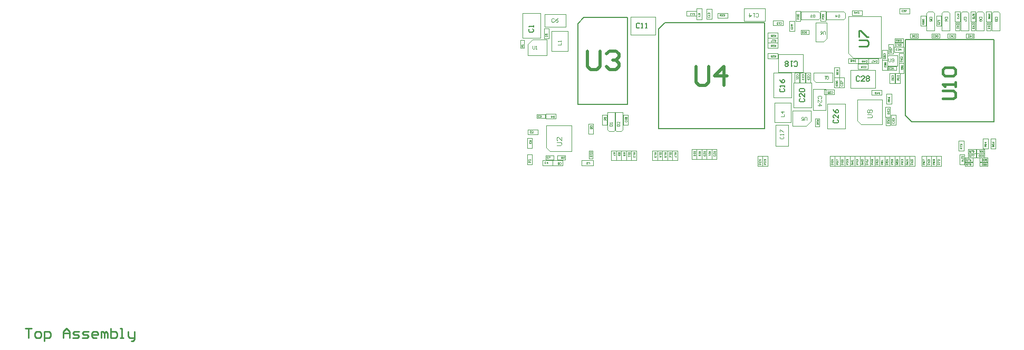
<source format=gbr>
G04 Layer_Color=16711935*
%FSLAX24Y24*%
%MOIN*%
%TF.FileFunction,Other,Top_Assembly*%
%TF.Part,Single*%
G01*
G75*
%TA.AperFunction,NonConductor*%
%ADD53C,0.0100*%
%ADD87C,0.0098*%
%ADD88C,0.0039*%
%ADD89C,0.0079*%
%ADD90C,0.0040*%
%ADD148C,0.0020*%
%ADD149C,0.0032*%
%ADD150C,0.0059*%
%ADD154C,0.0197*%
%ADD159C,0.0157*%
D53*
X-30400Y-8600D02*
X-30000D01*
X-30200D01*
Y-9200D01*
X-29700D02*
X-29500D01*
X-29400Y-9100D01*
Y-8900D01*
X-29500Y-8800D01*
X-29700D01*
X-29800Y-8900D01*
Y-9100D01*
X-29700Y-9200D01*
X-29200Y-9400D02*
Y-8800D01*
X-28900D01*
X-28801Y-8900D01*
Y-9100D01*
X-28900Y-9200D01*
X-29200D01*
X-28001D02*
Y-8800D01*
X-27801Y-8600D01*
X-27601Y-8800D01*
Y-9200D01*
Y-8900D01*
X-28001D01*
X-27401Y-9200D02*
X-27101D01*
X-27001Y-9100D01*
X-27101Y-9000D01*
X-27301D01*
X-27401Y-8900D01*
X-27301Y-8800D01*
X-27001D01*
X-26801Y-9200D02*
X-26501D01*
X-26401Y-9100D01*
X-26501Y-9000D01*
X-26701D01*
X-26801Y-8900D01*
X-26701Y-8800D01*
X-26401D01*
X-25901Y-9200D02*
X-26101D01*
X-26201Y-9100D01*
Y-8900D01*
X-26101Y-8800D01*
X-25901D01*
X-25801Y-8900D01*
Y-9000D01*
X-26201D01*
X-25602Y-9200D02*
Y-8800D01*
X-25502D01*
X-25402Y-8900D01*
Y-9200D01*
Y-8900D01*
X-25302Y-8800D01*
X-25202Y-8900D01*
Y-9200D01*
X-25002Y-8600D02*
Y-9200D01*
X-24702D01*
X-24602Y-9100D01*
Y-9000D01*
Y-8900D01*
X-24702Y-8800D01*
X-25002D01*
X-24402Y-9200D02*
X-24202D01*
X-24302D01*
Y-8600D01*
X-24402D01*
X-23902Y-8800D02*
Y-9100D01*
X-23802Y-9200D01*
X-23502D01*
Y-9300D01*
X-23602Y-9400D01*
X-23702D01*
X-23502Y-9200D02*
Y-8800D01*
D87*
X22323Y9232D02*
X22815D01*
X22913Y9331D01*
Y9527D01*
X22815Y9626D01*
X22323D01*
Y9823D02*
Y10216D01*
X22421D01*
X22815Y9823D01*
X22913D01*
D88*
X18110Y5157D02*
X19291D01*
X18110Y4173D02*
Y5157D01*
X19291Y4478D02*
Y5157D01*
X18986Y4173D02*
X19291Y4478D01*
X18110Y4173D02*
X18986D01*
X23720Y8484D02*
Y11122D01*
X21634D02*
X23720D01*
X21634Y8799D02*
Y11122D01*
Y8799D02*
X21949Y8484D01*
X23720D01*
X20276Y9715D02*
Y10728D01*
X20069Y9508D02*
X20276Y9715D01*
X19567Y9508D02*
X20069D01*
X19567D02*
Y10728D01*
X20276D01*
X19589Y6944D02*
X20639D01*
X19439Y7094D02*
X19589Y6944D01*
X19439Y7094D02*
Y7544D01*
X20639D01*
Y6944D02*
Y7544D01*
X2779Y2593D02*
X4157D01*
X2543Y2829D02*
X2779Y2593D01*
X2543Y2829D02*
Y4207D01*
X4157D01*
Y2593D02*
Y4207D01*
X23780Y4291D02*
Y5866D01*
X22215D02*
X23780D01*
X22215Y4528D02*
Y5866D01*
Y4528D02*
X22451Y4291D01*
X23780D01*
X2441Y10472D02*
Y11260D01*
X3780D01*
Y10472D02*
Y11260D01*
X2441Y10472D02*
X3780D01*
X1683Y9646D02*
X2559D01*
X1378Y9341D02*
X1683Y9646D01*
X1378Y8661D02*
Y9341D01*
X2559Y8661D02*
Y9646D01*
X1378Y8661D02*
X2559D01*
X2874Y8937D02*
X3898D01*
X2874D02*
Y10197D01*
X3898D01*
Y8937D02*
Y10197D01*
X17992Y4409D02*
Y5669D01*
X16968D02*
X17992D01*
X16968Y4409D02*
Y5669D01*
Y4409D02*
X17992D01*
X17047Y2933D02*
X17835D01*
X17047D02*
Y4272D01*
X17835D01*
Y2933D02*
Y4272D01*
X15039Y11614D02*
X16378D01*
X15039Y10827D02*
Y11614D01*
Y10827D02*
X16378D01*
Y11614D01*
X19409Y5197D02*
Y6535D01*
Y5197D02*
X20197D01*
Y6535D01*
X19409D02*
X20197D01*
X24167Y8455D02*
Y8291D01*
X24200Y8258D01*
X24266D01*
X24299Y8291D01*
Y8455D01*
X24364Y8291D02*
X24397Y8258D01*
X24462D01*
X24495Y8291D01*
Y8422D01*
X24462Y8455D01*
X24397D01*
X24364Y8422D01*
Y8389D01*
X24397Y8356D01*
X24495D01*
X18996Y4567D02*
Y4731D01*
X18963Y4764D01*
X18898D01*
X18865Y4731D01*
Y4567D01*
X18668D02*
X18799D01*
Y4665D01*
X18734Y4633D01*
X18701D01*
X18668Y4665D01*
Y4731D01*
X18701Y4764D01*
X18766D01*
X18799Y4731D01*
X20187Y10000D02*
Y10164D01*
X20154Y10197D01*
X20089D01*
X20056Y10164D01*
Y10000D01*
X19859D02*
X19925Y10033D01*
X19990Y10098D01*
Y10164D01*
X19957Y10197D01*
X19892D01*
X19859Y10164D01*
Y10131D01*
X19892Y10098D01*
X19990D01*
X20258Y7311D02*
Y7180D01*
X20291Y7147D01*
X20357D01*
X20389Y7180D01*
Y7311D01*
X20357Y7344D01*
X20291D01*
X20324Y7279D02*
X20258Y7344D01*
X20291D02*
X20258Y7311D01*
X20193Y7344D02*
X20127D01*
X20160D01*
Y7147D01*
X20193Y7180D01*
X3193Y2957D02*
X3455D01*
X3507Y3010D01*
Y3115D01*
X3455Y3167D01*
X3193D01*
X3507Y3482D02*
Y3272D01*
X3298Y3482D01*
X3245D01*
X3193Y3429D01*
Y3324D01*
X3245Y3272D01*
X22825Y4715D02*
X23087D01*
X23140Y4767D01*
Y4872D01*
X23087Y4924D01*
X22825D01*
X22877Y5029D02*
X22825Y5082D01*
Y5187D01*
X22877Y5239D01*
X22930D01*
X22982Y5187D01*
X23035Y5239D01*
X23087D01*
X23140Y5187D01*
Y5082D01*
X23087Y5029D01*
X23035D01*
X22982Y5082D01*
X22930Y5029D01*
X22877D01*
X22982Y5082D02*
Y5187D01*
X3041Y10964D02*
X3002Y11004D01*
X2923D01*
X2884Y10964D01*
Y10807D01*
X2923Y10768D01*
X3002D01*
X3041Y10807D01*
X3277Y11004D02*
X3199Y10964D01*
X3120Y10886D01*
Y10807D01*
X3159Y10768D01*
X3238D01*
X3277Y10807D01*
Y10846D01*
X3238Y10886D01*
X3120D01*
X1673Y9252D02*
Y9088D01*
X1706Y9055D01*
X1772D01*
X1804Y9088D01*
Y9252D01*
X1870Y9055D02*
X1936D01*
X1903D01*
Y9252D01*
X1870Y9219D01*
X3269Y9319D02*
X3466D01*
Y9450D01*
Y9516D02*
Y9582D01*
Y9549D01*
X3269D01*
X3302Y9516D01*
X17364Y4792D02*
X17561D01*
Y4923D01*
Y5087D02*
X17364D01*
X17462Y4989D01*
Y5120D01*
X17343Y3533D02*
X17303Y3494D01*
Y3415D01*
X17343Y3376D01*
X17500D01*
X17539Y3415D01*
Y3494D01*
X17500Y3533D01*
X17539Y3612D02*
Y3691D01*
Y3651D01*
X17303D01*
X17343Y3612D01*
X17303Y3809D02*
Y3966D01*
X17343D01*
X17500Y3809D01*
X17539D01*
X15778Y11122D02*
X15817Y11083D01*
X15896D01*
X15935Y11122D01*
Y11280D01*
X15896Y11319D01*
X15817D01*
X15778Y11280D01*
X15699Y11319D02*
X15620D01*
X15660D01*
Y11083D01*
X15699Y11122D01*
X15384Y11319D02*
Y11083D01*
X15502Y11201D01*
X15345D01*
X19902Y5935D02*
X19941Y5974D01*
Y6053D01*
X19902Y6093D01*
X19744D01*
X19705Y6053D01*
Y5974D01*
X19744Y5935D01*
X19705Y5699D02*
Y5856D01*
X19862Y5699D01*
X19902D01*
X19941Y5738D01*
Y5817D01*
X19902Y5856D01*
X19705Y5502D02*
X19941D01*
X19823Y5620D01*
Y5463D01*
D89*
X4528Y5551D02*
Y10669D01*
X4921Y11063D01*
X7677D01*
Y5551D02*
Y11063D01*
X4528Y5551D02*
X7677D01*
X25251Y4847D02*
Y9647D01*
Y4847D02*
X25651Y4447D01*
X30851D01*
Y9647D01*
X25251D02*
X30851D01*
X9646Y4016D02*
X16339D01*
Y10709D01*
X10039D02*
X16339D01*
X9646Y10315D02*
X10039Y10709D01*
X9646Y4016D02*
Y10315D01*
D90*
X27545Y10227D02*
X28045D01*
Y11327D01*
X27945Y11427D02*
X28045Y11327D01*
X27645Y11427D02*
X27945D01*
X27545Y11327D02*
X27645Y11427D01*
X27545Y10227D02*
Y11327D01*
X20227Y10931D02*
Y11431D01*
Y10931D02*
X21327D01*
X21427Y11031D01*
Y11331D01*
X21327Y11431D02*
X21427Y11331D01*
X20227Y11431D02*
X21327D01*
X18652D02*
X19752D01*
X19852Y11331D01*
Y11031D02*
Y11331D01*
X19752Y10931D02*
X19852Y11031D01*
X18652Y10931D02*
X19752D01*
X18652D02*
Y11431D01*
X6404Y5049D02*
X6904D01*
X6404Y3949D02*
Y5049D01*
Y3949D02*
X6504Y3849D01*
X6804D01*
X6904Y3949D01*
Y5049D01*
X7376Y3949D02*
Y5049D01*
X7276Y3849D02*
X7376Y3949D01*
X6976Y3849D02*
X7276D01*
X6876Y3949D02*
X6976Y3849D01*
X6876Y3949D02*
Y5049D01*
X7376D01*
X29711Y10227D02*
X30211D01*
Y11327D01*
X30111Y11427D02*
X30211Y11327D01*
X29811Y11427D02*
X30111D01*
X29711Y11327D02*
X29811Y11427D01*
X29711Y10227D02*
Y11327D01*
X28726Y10227D02*
Y11327D01*
X28826Y11427D01*
X29126D01*
X29226Y11327D01*
Y10227D02*
Y11327D01*
X28726Y10227D02*
X29226D01*
X30695D02*
X31195D01*
Y11327D01*
X31095Y11427D02*
X31195Y11327D01*
X30795Y11427D02*
X31095D01*
X30695Y11327D02*
X30795Y11427D01*
X30695Y10227D02*
Y11327D01*
X26561Y10227D02*
Y11327D01*
X26661Y11427D01*
X26961D01*
X27061Y11327D01*
Y10227D02*
Y11327D01*
X26561Y10227D02*
X27061D01*
D148*
X24098Y8002D02*
Y8593D01*
X24177Y8671D01*
X24748D01*
Y8002D02*
Y8671D01*
X24098Y8002D02*
X24748D01*
X17165Y8465D02*
Y8780D01*
X16535D02*
X17165D01*
X16535Y8465D02*
Y8780D01*
Y8465D02*
X17165D01*
X12382Y10906D02*
Y11614D01*
X12028D02*
X12382D01*
X12028Y10906D02*
Y11614D01*
Y10906D02*
X12382D01*
X11411Y11142D02*
X12041D01*
X11411D02*
Y11457D01*
X12041D01*
Y11142D02*
Y11457D01*
X28415Y10728D02*
X28671D01*
X28415Y10217D02*
Y10728D01*
Y10217D02*
X28671D01*
Y10728D01*
X24587Y9478D02*
Y9734D01*
Y9478D02*
X25098D01*
Y9734D01*
X24587D02*
X25098D01*
X17913Y10197D02*
X18228D01*
Y10827D01*
X17913D02*
X18228D01*
X17913Y10197D02*
Y10827D01*
X24843Y8150D02*
Y8780D01*
X25157D01*
Y8150D02*
Y8780D01*
X24843Y8150D02*
X25157D01*
X23780Y8346D02*
X24094D01*
X23780Y7717D02*
Y8346D01*
Y7717D02*
X24094D01*
Y8346D01*
X23780Y8346D02*
Y8976D01*
X24094D01*
Y8346D02*
Y8976D01*
X23780Y8346D02*
X24094D01*
X19882Y10827D02*
X20197D01*
Y11457D01*
X19882D02*
X20197D01*
X19882Y10827D02*
Y11457D01*
X18307Y10827D02*
Y11457D01*
X18622D01*
Y10827D02*
Y11457D01*
X18307Y10827D02*
X18622D01*
X29941Y1919D02*
X30453D01*
X29941D02*
Y2175D01*
X30453D01*
Y1919D02*
Y2175D01*
X29744Y2195D02*
X30256D01*
X29744D02*
Y2451D01*
X30256D01*
Y2195D02*
Y2451D01*
X29193D02*
X29705D01*
Y2195D02*
Y2451D01*
X29193Y2195D02*
X29705D01*
X29193D02*
Y2451D01*
X28996Y2175D02*
X29508D01*
Y1919D02*
Y2175D01*
X28996Y1919D02*
X29508D01*
X28996D02*
Y2175D01*
X29941Y1644D02*
X30453D01*
X29941D02*
Y1900D01*
X30453D01*
Y1644D02*
Y1900D01*
X29744Y2470D02*
X30256D01*
X29744D02*
Y2726D01*
X30256D01*
Y2470D02*
Y2726D01*
X29193D02*
X29705D01*
Y2470D02*
Y2726D01*
X29193Y2470D02*
X29705D01*
X29193D02*
Y2726D01*
X28996Y1900D02*
X29508D01*
Y1644D02*
Y1900D01*
X28996Y1644D02*
X29508D01*
X28996D02*
Y1900D01*
X30630Y2756D02*
X30945D01*
Y3386D01*
X30630D02*
X30945D01*
X30630Y2756D02*
Y3386D01*
X30157Y2756D02*
Y3386D01*
X30472D01*
Y2756D02*
Y3386D01*
X30157Y2756D02*
X30472D01*
X21876Y11504D02*
X22506D01*
Y11189D02*
Y11504D01*
X21876Y11189D02*
X22506D01*
X21876D02*
Y11504D01*
X23543Y8150D02*
Y8465D01*
X22913D02*
X23543D01*
X22913Y8150D02*
Y8465D01*
Y8150D02*
X23543D01*
X22283D02*
X22913D01*
X22283D02*
Y8465D01*
X22913D01*
Y8150D02*
Y8465D01*
X13386Y11339D02*
X14016D01*
Y11024D02*
Y11339D01*
X13386Y11024D02*
X14016D01*
X13386D02*
Y11339D01*
X25197Y1654D02*
Y2283D01*
X25512D01*
Y1654D02*
Y2283D01*
X25197Y1654D02*
X25512D01*
X24882D02*
Y2283D01*
X25197D01*
Y1654D02*
Y2283D01*
X24882Y1654D02*
X25197D01*
X24567D02*
Y2283D01*
X24882D01*
Y1654D02*
Y2283D01*
X24567Y1654D02*
X24882D01*
X24252D02*
Y2283D01*
X24567D01*
Y1654D02*
Y2283D01*
X24252Y1654D02*
X24567D01*
X23937D02*
Y2283D01*
X24252D01*
Y1654D02*
Y2283D01*
X23937Y1654D02*
X24252D01*
X23622D02*
Y2283D01*
X23937D01*
Y1654D02*
Y2283D01*
X23622Y1654D02*
X23937D01*
X23307D02*
Y2283D01*
X23622D01*
Y1654D02*
Y2283D01*
X23307Y1654D02*
X23622D01*
X22992D02*
Y2283D01*
X23307D01*
Y1654D02*
Y2283D01*
X22992Y1654D02*
X23307D01*
X22677D02*
Y2283D01*
X22992D01*
Y1654D02*
Y2283D01*
X22677Y1654D02*
X22992D01*
X22362D02*
Y2283D01*
X22677D01*
Y1654D02*
Y2283D01*
X22362Y1654D02*
X22677D01*
X22047D02*
Y2283D01*
X22362D01*
Y1654D02*
Y2283D01*
X22047Y1654D02*
X22362D01*
X21732D02*
Y2283D01*
X22047D01*
Y1654D02*
Y2283D01*
X21732Y1654D02*
X22047D01*
X21417D02*
Y2283D01*
X21732D01*
Y1654D02*
Y2283D01*
X21417Y1654D02*
X21732D01*
X21102D02*
Y2283D01*
X21417D01*
Y1654D02*
Y2283D01*
X21102Y1654D02*
X21417D01*
X20787D02*
Y2283D01*
X21102D01*
Y1654D02*
Y2283D01*
X20787Y1654D02*
X21102D01*
X20472D02*
Y2283D01*
X20787D01*
Y1654D02*
Y2283D01*
X20472Y1654D02*
X20787D01*
X27205D02*
X27520D01*
Y2283D01*
X27205D02*
X27520D01*
X27205Y1654D02*
Y2283D01*
X26890Y1654D02*
Y2283D01*
X27205D01*
Y1654D02*
Y2283D01*
X26890Y1654D02*
X27205D01*
X26575D02*
X26890D01*
Y2283D01*
X26575D02*
X26890D01*
X26575Y1654D02*
Y2283D01*
X26260Y1654D02*
X26575D01*
Y2283D01*
X26260D02*
X26575D01*
X26260Y1654D02*
Y2283D01*
X16535Y9764D02*
X17165D01*
X16535D02*
Y10079D01*
X17165D01*
Y9764D02*
Y10079D01*
X16535Y9449D02*
X17165D01*
X16535D02*
Y9764D01*
X17165D01*
Y9449D02*
Y9764D01*
Y9134D02*
Y9449D01*
X16535D02*
X17165D01*
X16535Y9134D02*
Y9449D01*
Y9134D02*
X17165D01*
X25512Y1654D02*
Y2283D01*
X25827D01*
Y1654D02*
Y2283D01*
X25512Y1654D02*
X25827D01*
X16220D02*
Y2283D01*
X16535D01*
Y1654D02*
Y2283D01*
X16220Y1654D02*
X16535D01*
X15906D02*
X16220D01*
Y2283D01*
X15906D02*
X16220D01*
X15906Y1654D02*
Y2283D01*
X10512Y2008D02*
Y2638D01*
X10197Y2008D02*
X10512D01*
X10197D02*
Y2638D01*
X10512D01*
X9882D02*
X10197D01*
X9882Y2008D02*
Y2638D01*
Y2008D02*
X10197D01*
Y2638D01*
X9882Y2008D02*
Y2638D01*
X9567Y2008D02*
X9882D01*
X9567D02*
Y2638D01*
X9882D01*
X9252D02*
X9567D01*
X9252Y2008D02*
Y2638D01*
Y2008D02*
X9567D01*
Y2638D01*
X8228Y2008D02*
Y2638D01*
X7913Y2008D02*
X8228D01*
X7913D02*
Y2638D01*
X8228D01*
X7598D02*
X7913D01*
X7598Y2008D02*
Y2638D01*
Y2008D02*
X7913D01*
Y2638D01*
X7598Y2008D02*
Y2638D01*
X7283Y2008D02*
X7598D01*
X7283D02*
Y2638D01*
X7598D01*
X6969D02*
X7283D01*
X6969Y2008D02*
Y2638D01*
Y2008D02*
X7283D01*
Y2638D01*
X6969Y2008D02*
Y2638D01*
X6654Y2008D02*
X6969D01*
X6654D02*
Y2638D01*
X6969D01*
X6063Y4882D02*
X6378D01*
X6063Y4252D02*
Y4882D01*
Y4252D02*
X6378D01*
Y4882D01*
X7717Y4252D02*
Y4882D01*
X7402Y4252D02*
X7717D01*
X7402D02*
Y4882D01*
X7717D01*
X896Y9114D02*
Y9626D01*
X1152D01*
Y9114D02*
Y9626D01*
X896Y9114D02*
X1152D01*
X20748Y7874D02*
X21063D01*
X20748Y7244D02*
Y7874D01*
Y7244D02*
X21063D01*
Y7874D01*
X19557Y4665D02*
X19813D01*
X19557Y4154D02*
Y4665D01*
Y4154D02*
X19813D01*
Y4665D01*
X24055Y5591D02*
Y6220D01*
X24370D01*
Y5591D02*
Y6220D01*
X24055Y5591D02*
X24370D01*
X24262Y4232D02*
Y4744D01*
X24006Y4232D02*
X24262D01*
X24006D02*
Y4744D01*
X24262D01*
X23110Y6142D02*
X23740D01*
X23110D02*
Y6457D01*
X23740D01*
Y6142D02*
Y6457D01*
X20748Y6614D02*
Y7244D01*
X21063D01*
Y6614D02*
Y7244D01*
X20748Y6614D02*
X21063D01*
X29370Y11417D02*
X29685D01*
X29370Y10787D02*
Y11417D01*
Y10787D02*
X29685D01*
Y11417D01*
X28701Y10787D02*
Y11417D01*
X28386Y10787D02*
X28701D01*
X28386D02*
Y11417D01*
X28701D01*
X30354D02*
X30669D01*
X30354Y10787D02*
Y11417D01*
Y10787D02*
X30669D01*
Y11417D01*
X25157Y7520D02*
Y8150D01*
X24843Y7520D02*
X25157D01*
X24843D02*
Y8150D01*
X25157D01*
X5512Y3701D02*
Y4331D01*
X5197Y3701D02*
X5512D01*
X5197D02*
Y4331D01*
X5512D01*
X3150Y4646D02*
Y4961D01*
X2520D02*
X3150D01*
X2520Y4646D02*
Y4961D01*
Y4646D02*
X3150D01*
X1657Y2785D02*
Y3415D01*
X1343Y2785D02*
X1657D01*
X1343D02*
Y3415D01*
X1657D01*
X1339Y1772D02*
Y2402D01*
X1654D01*
Y1772D02*
Y2402D01*
X1339Y1772D02*
X1654D01*
X28622Y2638D02*
Y3268D01*
X28937D01*
Y2638D02*
Y3268D01*
X28622Y2638D02*
X28937D01*
X21654Y8465D02*
X22283D01*
Y8150D02*
Y8465D01*
X21654Y8150D02*
X22283D01*
X21654D02*
Y8465D01*
X18642Y10246D02*
X19154D01*
Y9990D02*
Y10246D01*
X18642Y9990D02*
X19154D01*
X18642D02*
Y10246D01*
X24173Y8740D02*
Y9370D01*
X24488D01*
Y8740D02*
Y9370D01*
X24173Y8740D02*
X24488D01*
X5492Y1673D02*
Y2028D01*
X4783Y1673D02*
X5492D01*
X4783D02*
Y2028D01*
X5492D01*
X16890Y10551D02*
X17520D01*
X16890D02*
Y10866D01*
X17520D01*
Y10551D02*
Y10866D01*
X2402Y9724D02*
X2717D01*
Y10354D01*
X2402D02*
X2717D01*
X2402Y9724D02*
Y10354D01*
X24291Y4764D02*
Y5394D01*
X23976Y4764D02*
X24291D01*
X23976D02*
Y5394D01*
X24291D01*
X21063Y6614D02*
X21378D01*
Y7244D01*
X21063D02*
X21378D01*
X21063Y6614D02*
Y7244D01*
X19252Y6929D02*
Y7559D01*
X18937Y6929D02*
X19252D01*
X18937D02*
Y7559D01*
X19252D01*
X20748Y6181D02*
Y6496D01*
X20118D02*
X20748D01*
X20118Y6181D02*
Y6496D01*
Y6181D02*
X20748D01*
X24331Y4252D02*
Y4882D01*
X24646D01*
Y4252D02*
Y4882D01*
X24331Y4252D02*
X24646D01*
X24528Y8858D02*
Y9173D01*
Y8858D02*
X25157D01*
Y9173D01*
X24528D02*
X25157D01*
X30640Y10217D02*
Y10728D01*
X30384Y10217D02*
X30640D01*
X30384D02*
Y10728D01*
X30640D01*
X29400D02*
X29656D01*
X29400Y10217D02*
Y10728D01*
Y10217D02*
X29656D01*
Y10728D01*
X24587Y9459D02*
X25098D01*
Y9203D02*
Y9459D01*
X24587Y9203D02*
X25098D01*
X24587D02*
Y9459D01*
X24154Y7707D02*
Y7963D01*
Y7707D02*
X24665D01*
Y7963D01*
X24154D02*
X24665D01*
X25531Y9754D02*
X26043D01*
X25531D02*
Y10010D01*
X26043D01*
Y9754D02*
Y10010D01*
X26909Y9754D02*
Y10010D01*
Y9754D02*
X27421D01*
Y10010D01*
X26909D02*
X27421D01*
X27894Y9754D02*
X28406D01*
X27894D02*
Y10010D01*
X28406D01*
Y9754D02*
Y10010D01*
X29587Y9754D02*
Y10010D01*
X29075D02*
X29587D01*
X29075Y9754D02*
Y10010D01*
Y9754D02*
X29587D01*
X5482Y2106D02*
Y2618D01*
X5226Y2106D02*
X5482D01*
X5226D02*
Y2618D01*
X5482D01*
X1949Y4675D02*
Y4931D01*
Y4675D02*
X2461D01*
Y4931D01*
X1949D02*
X2461D01*
X2323Y1693D02*
Y2008D01*
Y1693D02*
X2953D01*
Y2008D01*
X2323D02*
X2953D01*
X2494Y2328D02*
X3006D01*
Y2072D02*
Y2328D01*
X2494Y2072D02*
X3006D01*
X2494D02*
Y2328D01*
X3244Y2072D02*
X3756D01*
X3244D02*
Y2328D01*
X3756D01*
Y2072D02*
Y2328D01*
X3583Y1693D02*
Y2008D01*
X2953D02*
X3583D01*
X2953Y1693D02*
Y2008D01*
Y1693D02*
X3583D01*
X1385Y3957D02*
X2015D01*
Y3643D02*
Y3957D01*
X1385Y3643D02*
X2015D01*
X1385D02*
Y3957D01*
X12677Y10945D02*
Y11575D01*
X12992D01*
Y10945D02*
Y11575D01*
X12677Y10945D02*
X12992D01*
X18228Y7559D02*
X18543D01*
X18228Y6929D02*
Y7559D01*
Y6929D02*
X18543D01*
Y7559D01*
X18898Y6929D02*
Y7559D01*
X18583Y6929D02*
X18898D01*
X18583D02*
Y7559D01*
X18898D01*
X26220Y10512D02*
X26535D01*
Y11142D01*
X26220D02*
X26535D01*
X26220Y10512D02*
Y11142D01*
X27205Y10512D02*
Y11142D01*
X27520D01*
Y10512D02*
Y11142D01*
X27205Y10512D02*
X27520D01*
X22874Y7795D02*
Y8110D01*
X22244D02*
X22874D01*
X22244Y7795D02*
Y8110D01*
Y7795D02*
X22874D01*
X12992Y2722D02*
X13307D01*
X12992Y2093D02*
Y2722D01*
Y2093D02*
X13307D01*
Y2722D01*
X12992Y2093D02*
Y2722D01*
X12677Y2093D02*
X12992D01*
X12677D02*
Y2722D01*
X12992D01*
X12362D02*
X12677D01*
X12362Y2093D02*
Y2722D01*
Y2093D02*
X12677D01*
Y2722D01*
X12362Y2093D02*
Y2722D01*
X12047Y2093D02*
X12362D01*
X12047D02*
Y2722D01*
X12362D01*
X11732D02*
X12047D01*
X11732Y2093D02*
Y2722D01*
Y2093D02*
X12047D01*
Y2722D01*
X10827Y2008D02*
Y2638D01*
X10512Y2008D02*
X10827D01*
X10512D02*
Y2638D01*
X10827D01*
X28976Y1772D02*
Y2402D01*
X28661Y1772D02*
X28976D01*
X28661D02*
Y2402D01*
X28976D01*
X24921Y6890D02*
Y7520D01*
X24606Y6890D02*
X24921D01*
X24606D02*
Y7520D01*
X24921D01*
X24567Y6890D02*
Y7520D01*
X24252Y6890D02*
X24567D01*
X24252D02*
Y7520D01*
X24567D01*
X24882Y11614D02*
X25512D01*
Y11299D02*
Y11614D01*
X24882Y11299D02*
X25512D01*
X24882D02*
Y11614D01*
X17047Y8661D02*
Y8543D01*
X16988D01*
X16969Y8563D01*
Y8602D01*
X16988Y8622D01*
X17047D01*
X17008D02*
X16969Y8661D01*
X16850D02*
X16929D01*
X16850Y8583D01*
Y8563D01*
X16870Y8543D01*
X16909D01*
X16929Y8563D01*
X16811Y8642D02*
X16791Y8661D01*
X16752D01*
X16732Y8642D01*
Y8563D01*
X16752Y8543D01*
X16791D01*
X16811Y8563D01*
Y8583D01*
X16791Y8602D01*
X16732D01*
X12136Y11112D02*
X12254D01*
Y11191D01*
X12156Y11230D02*
X12136Y11250D01*
Y11289D01*
X12156Y11309D01*
X12175D01*
X12195Y11289D01*
Y11270D01*
Y11289D01*
X12215Y11309D01*
X12234D01*
X12254Y11289D01*
Y11250D01*
X12234Y11230D01*
X11845Y11240D02*
X11864Y11221D01*
X11904D01*
X11923Y11240D01*
Y11319D01*
X11904Y11339D01*
X11864D01*
X11845Y11319D01*
X11805Y11339D02*
X11766D01*
X11785D01*
Y11221D01*
X11805Y11240D01*
X11628Y11339D02*
X11707D01*
X11628Y11260D01*
Y11240D01*
X11648Y11221D01*
X11687D01*
X11707Y11240D01*
X28583Y10581D02*
X28602Y10600D01*
Y10640D01*
X28583Y10659D01*
X28504D01*
X28484Y10640D01*
Y10600D01*
X28504Y10581D01*
X28484Y10482D02*
X28602D01*
X28543Y10541D01*
Y10463D01*
X28484Y10423D02*
Y10384D01*
Y10404D01*
X28602D01*
X28583Y10423D01*
X24656Y9547D02*
Y9665D01*
X24715D01*
X24734Y9646D01*
Y9606D01*
X24715Y9587D01*
X24656D01*
X24695D02*
X24734Y9547D01*
X24852Y9665D02*
X24813Y9646D01*
X24774Y9606D01*
Y9567D01*
X24793Y9547D01*
X24833D01*
X24852Y9567D01*
Y9587D01*
X24833Y9606D01*
X24774D01*
X24892Y9646D02*
X24911Y9665D01*
X24951D01*
X24970Y9646D01*
Y9567D01*
X24951Y9547D01*
X24911D01*
X24892Y9567D01*
Y9646D01*
X18012Y10394D02*
X17992Y10374D01*
Y10335D01*
X18012Y10315D01*
X18091D01*
X18110Y10335D01*
Y10374D01*
X18091Y10394D01*
X18110Y10433D02*
Y10472D01*
Y10453D01*
X17992D01*
X18012Y10433D01*
X18091Y10531D02*
X18110Y10551D01*
Y10590D01*
X18091Y10610D01*
X18012D01*
X17992Y10590D01*
Y10551D01*
X18012Y10531D01*
X18032D01*
X18051Y10551D01*
Y10610D01*
X25039Y8268D02*
X24921D01*
Y8327D01*
X24941Y8346D01*
X24980D01*
X25000Y8327D01*
Y8268D01*
Y8307D02*
X25039Y8346D01*
X24921Y8464D02*
X24941Y8425D01*
X24980Y8386D01*
X25020D01*
X25039Y8405D01*
Y8445D01*
X25020Y8464D01*
X25000D01*
X24980Y8445D01*
Y8386D01*
X25039Y8583D02*
Y8504D01*
X24961Y8583D01*
X24941D01*
X24921Y8563D01*
Y8524D01*
X24941Y8504D01*
X23898Y8228D02*
X24016D01*
Y8169D01*
X23996Y8150D01*
X23957D01*
X23937Y8169D01*
Y8228D01*
Y8189D02*
X23898Y8150D01*
X24016Y8032D02*
Y8110D01*
X23957D01*
X23976Y8071D01*
Y8051D01*
X23957Y8032D01*
X23917D01*
X23898Y8051D01*
Y8091D01*
X23917Y8110D01*
X23898Y7913D02*
Y7992D01*
X23976Y7913D01*
X23996D01*
X24016Y7933D01*
Y7973D01*
X23996Y7992D01*
X23976Y8465D02*
X23858D01*
Y8524D01*
X23878Y8543D01*
X23917D01*
X23937Y8524D01*
Y8465D01*
Y8504D02*
X23976Y8543D01*
X23858Y8661D02*
Y8583D01*
X23917D01*
X23898Y8622D01*
Y8642D01*
X23917Y8661D01*
X23957D01*
X23976Y8642D01*
Y8602D01*
X23957Y8583D01*
X23878Y8701D02*
X23858Y8720D01*
Y8760D01*
X23878Y8779D01*
X23898D01*
X23917Y8760D01*
Y8740D01*
Y8760D01*
X23937Y8779D01*
X23957D01*
X23976Y8760D01*
Y8720D01*
X23957Y8701D01*
X20079Y10945D02*
X19961D01*
Y11004D01*
X19980Y11024D01*
X20020D01*
X20039Y11004D01*
Y10945D01*
Y10984D02*
X20079Y11024D01*
X19980Y11063D02*
X19961Y11083D01*
Y11122D01*
X19980Y11142D01*
X20000D01*
X20020Y11122D01*
Y11102D01*
Y11122D01*
X20039Y11142D01*
X20059D01*
X20079Y11122D01*
Y11083D01*
X20059Y11063D01*
X19980Y11181D02*
X19961Y11201D01*
Y11240D01*
X19980Y11260D01*
X20000D01*
X20020Y11240D01*
Y11220D01*
Y11240D01*
X20039Y11260D01*
X20059D01*
X20079Y11240D01*
Y11201D01*
X20059Y11181D01*
X18504Y10945D02*
X18386D01*
Y11004D01*
X18406Y11024D01*
X18445D01*
X18465Y11004D01*
Y10945D01*
Y10984D02*
X18504Y11024D01*
X18406Y11063D02*
X18386Y11083D01*
Y11122D01*
X18406Y11142D01*
X18425D01*
X18445Y11122D01*
Y11102D01*
Y11122D01*
X18465Y11142D01*
X18484D01*
X18504Y11122D01*
Y11083D01*
X18484Y11063D01*
X18406Y11181D02*
X18386Y11201D01*
Y11240D01*
X18406Y11260D01*
X18484D01*
X18504Y11240D01*
Y11201D01*
X18484Y11181D01*
X18406D01*
X30384Y2106D02*
Y1988D01*
X30325D01*
X30305Y2008D01*
Y2047D01*
X30325Y2067D01*
X30384D01*
X30345D02*
X30305Y2106D01*
X30266Y2008D02*
X30246Y1988D01*
X30207D01*
X30187Y2008D01*
Y2028D01*
X30207Y2047D01*
X30187Y2067D01*
Y2087D01*
X30207Y2106D01*
X30246D01*
X30266Y2087D01*
Y2067D01*
X30246Y2047D01*
X30266Y2028D01*
Y2008D01*
X30246Y2047D02*
X30207D01*
X30148Y2008D02*
X30128Y1988D01*
X30089D01*
X30069Y2008D01*
Y2028D01*
X30089Y2047D01*
X30108D01*
X30089D01*
X30069Y2067D01*
Y2087D01*
X30089Y2106D01*
X30128D01*
X30148Y2087D01*
X30187Y2382D02*
Y2264D01*
X30128D01*
X30108Y2283D01*
Y2323D01*
X30128Y2343D01*
X30187D01*
X30148D02*
X30108Y2382D01*
X30069Y2283D02*
X30049Y2264D01*
X30010D01*
X29990Y2283D01*
Y2303D01*
X30010Y2323D01*
X29990Y2343D01*
Y2362D01*
X30010Y2382D01*
X30049D01*
X30069Y2362D01*
Y2343D01*
X30049Y2323D01*
X30069Y2303D01*
Y2283D01*
X30049Y2323D02*
X30010D01*
X29951Y2283D02*
X29931Y2264D01*
X29892D01*
X29872Y2283D01*
Y2362D01*
X29892Y2382D01*
X29931D01*
X29951Y2362D01*
Y2283D01*
X29262Y2264D02*
Y2382D01*
X29321D01*
X29341Y2362D01*
Y2323D01*
X29321Y2303D01*
X29262D01*
X29301D02*
X29341Y2264D01*
X29380Y2382D02*
X29459D01*
Y2362D01*
X29380Y2283D01*
Y2264D01*
X29498Y2382D02*
X29577D01*
Y2362D01*
X29498Y2283D01*
Y2264D01*
X29065Y1988D02*
Y2106D01*
X29124D01*
X29144Y2087D01*
Y2047D01*
X29124Y2028D01*
X29065D01*
X29104D02*
X29144Y1988D01*
X29183Y2106D02*
X29262D01*
Y2087D01*
X29183Y2008D01*
Y1988D01*
X29380Y2106D02*
X29340Y2087D01*
X29301Y2047D01*
Y2008D01*
X29321Y1988D01*
X29360D01*
X29380Y2008D01*
Y2028D01*
X29360Y2047D01*
X29301D01*
X30384Y1831D02*
Y1713D01*
X30325D01*
X30305Y1732D01*
Y1772D01*
X30325Y1791D01*
X30384D01*
X30345D02*
X30305Y1831D01*
X30266Y1732D02*
X30246Y1713D01*
X30207D01*
X30187Y1732D01*
Y1752D01*
X30207Y1772D01*
X30187Y1791D01*
Y1811D01*
X30207Y1831D01*
X30246D01*
X30266Y1811D01*
Y1791D01*
X30246Y1772D01*
X30266Y1752D01*
Y1732D01*
X30246Y1772D02*
X30207D01*
X30069Y1831D02*
X30148D01*
X30069Y1752D01*
Y1732D01*
X30089Y1713D01*
X30128D01*
X30148Y1732D01*
X30187Y2657D02*
Y2539D01*
X30128D01*
X30108Y2559D01*
Y2598D01*
X30128Y2618D01*
X30187D01*
X30148D02*
X30108Y2657D01*
X30069Y2559D02*
X30049Y2539D01*
X30010D01*
X29990Y2559D01*
Y2579D01*
X30010Y2598D01*
X29990Y2618D01*
Y2638D01*
X30010Y2657D01*
X30049D01*
X30069Y2638D01*
Y2618D01*
X30049Y2598D01*
X30069Y2579D01*
Y2559D01*
X30049Y2598D02*
X30010D01*
X29951Y2657D02*
X29912D01*
X29931D01*
Y2539D01*
X29951Y2559D01*
X29262Y2539D02*
Y2657D01*
X29321D01*
X29341Y2638D01*
Y2598D01*
X29321Y2579D01*
X29262D01*
X29301D02*
X29341Y2539D01*
X29380Y2657D02*
X29459D01*
Y2638D01*
X29380Y2559D01*
Y2539D01*
X29498Y2638D02*
X29518Y2657D01*
X29557D01*
X29577Y2638D01*
Y2618D01*
X29557Y2598D01*
X29577Y2579D01*
Y2559D01*
X29557Y2539D01*
X29518D01*
X29498Y2559D01*
Y2579D01*
X29518Y2598D01*
X29498Y2618D01*
Y2638D01*
X29518Y2598D02*
X29557D01*
X29065Y1713D02*
Y1831D01*
X29124D01*
X29144Y1811D01*
Y1772D01*
X29124Y1752D01*
X29065D01*
X29104D02*
X29144Y1713D01*
X29183Y1831D02*
X29262D01*
Y1811D01*
X29183Y1732D01*
Y1713D01*
X29380Y1831D02*
X29301D01*
Y1772D01*
X29340Y1791D01*
X29360D01*
X29380Y1772D01*
Y1732D01*
X29360Y1713D01*
X29321D01*
X29301Y1732D01*
X30827Y2874D02*
X30709D01*
Y2933D01*
X30728Y2953D01*
X30768D01*
X30787Y2933D01*
Y2874D01*
Y2913D02*
X30827Y2953D01*
X30728Y2992D02*
X30709Y3012D01*
Y3051D01*
X30728Y3071D01*
X30748D01*
X30768Y3051D01*
X30787Y3071D01*
X30807D01*
X30827Y3051D01*
Y3012D01*
X30807Y2992D01*
X30787D01*
X30768Y3012D01*
X30748Y2992D01*
X30728D01*
X30768Y3012D02*
Y3051D01*
X30709Y3189D02*
X30728Y3150D01*
X30768Y3110D01*
X30807D01*
X30827Y3130D01*
Y3169D01*
X30807Y3189D01*
X30787D01*
X30768Y3169D01*
Y3110D01*
X30354Y2874D02*
X30236D01*
Y2933D01*
X30256Y2953D01*
X30295D01*
X30315Y2933D01*
Y2874D01*
Y2913D02*
X30354Y2953D01*
X30256Y2992D02*
X30236Y3012D01*
Y3051D01*
X30256Y3071D01*
X30276D01*
X30295Y3051D01*
X30315Y3071D01*
X30335D01*
X30354Y3051D01*
Y3012D01*
X30335Y2992D01*
X30315D01*
X30295Y3012D01*
X30276Y2992D01*
X30256D01*
X30295Y3012D02*
Y3051D01*
X30354Y3169D02*
X30236D01*
X30295Y3110D01*
Y3189D01*
X21994Y11307D02*
Y11425D01*
X22053D01*
X22073Y11405D01*
Y11366D01*
X22053Y11346D01*
X21994D01*
X22033D02*
X22073Y11307D01*
X22171D02*
Y11425D01*
X22112Y11366D01*
X22191D01*
X22309Y11307D02*
X22230D01*
X22309Y11386D01*
Y11405D01*
X22289Y11425D01*
X22250D01*
X22230Y11405D01*
X23425Y8346D02*
Y8228D01*
X23366D01*
X23346Y8248D01*
Y8287D01*
X23366Y8307D01*
X23425D01*
X23386D02*
X23346Y8346D01*
X23248D02*
Y8228D01*
X23307Y8287D01*
X23228D01*
X23189Y8228D02*
X23110D01*
Y8248D01*
X23189Y8327D01*
Y8346D01*
X22795D02*
Y8228D01*
X22736D01*
X22717Y8248D01*
Y8287D01*
X22736Y8307D01*
X22795D01*
X22756D02*
X22717Y8346D01*
X22618D02*
Y8228D01*
X22677Y8287D01*
X22598D01*
X22500Y8346D02*
Y8228D01*
X22559Y8287D01*
X22480D01*
X13504Y11142D02*
Y11260D01*
X13563D01*
X13583Y11240D01*
Y11201D01*
X13563Y11181D01*
X13504D01*
X13543D02*
X13583Y11142D01*
X13701D02*
X13622D01*
X13701Y11220D01*
Y11240D01*
X13681Y11260D01*
X13642D01*
X13622Y11240D01*
X13740D02*
X13760Y11260D01*
X13799D01*
X13819Y11240D01*
Y11220D01*
X13799Y11201D01*
X13779D01*
X13799D01*
X13819Y11181D01*
Y11161D01*
X13799Y11142D01*
X13760D01*
X13740Y11161D01*
X25394Y1772D02*
X25276D01*
Y1831D01*
X25295Y1850D01*
X25335D01*
X25354Y1831D01*
Y1772D01*
Y1811D02*
X25394Y1850D01*
X25276Y1968D02*
X25295Y1929D01*
X25335Y1890D01*
X25374D01*
X25394Y1909D01*
Y1949D01*
X25374Y1968D01*
X25354D01*
X25335Y1949D01*
Y1890D01*
X25394Y2067D02*
X25276D01*
X25335Y2008D01*
Y2087D01*
X25079Y1772D02*
X24961D01*
Y1831D01*
X24980Y1850D01*
X25020D01*
X25039Y1831D01*
Y1772D01*
Y1811D02*
X25079Y1850D01*
X24961Y1968D02*
X24980Y1929D01*
X25020Y1890D01*
X25059D01*
X25079Y1909D01*
Y1949D01*
X25059Y1968D01*
X25039D01*
X25020Y1949D01*
Y1890D01*
X24980Y2008D02*
X24961Y2027D01*
Y2067D01*
X24980Y2087D01*
X25000D01*
X25020Y2067D01*
Y2047D01*
Y2067D01*
X25039Y2087D01*
X25059D01*
X25079Y2067D01*
Y2027D01*
X25059Y2008D01*
X24764Y1772D02*
X24646D01*
Y1831D01*
X24665Y1850D01*
X24705D01*
X24724Y1831D01*
Y1772D01*
Y1811D02*
X24764Y1850D01*
X24646Y1968D02*
Y1890D01*
X24705D01*
X24685Y1929D01*
Y1949D01*
X24705Y1968D01*
X24744D01*
X24764Y1949D01*
Y1909D01*
X24744Y1890D01*
Y2008D02*
X24764Y2027D01*
Y2067D01*
X24744Y2087D01*
X24665D01*
X24646Y2067D01*
Y2027D01*
X24665Y2008D01*
X24685D01*
X24705Y2027D01*
Y2087D01*
X24449Y1772D02*
X24331D01*
Y1831D01*
X24350Y1850D01*
X24390D01*
X24409Y1831D01*
Y1772D01*
Y1811D02*
X24449Y1850D01*
X24331Y1968D02*
Y1890D01*
X24390D01*
X24370Y1929D01*
Y1949D01*
X24390Y1968D01*
X24429D01*
X24449Y1949D01*
Y1909D01*
X24429Y1890D01*
X24350Y2008D02*
X24331Y2027D01*
Y2067D01*
X24350Y2087D01*
X24370D01*
X24390Y2067D01*
X24409Y2087D01*
X24429D01*
X24449Y2067D01*
Y2027D01*
X24429Y2008D01*
X24409D01*
X24390Y2027D01*
X24370Y2008D01*
X24350D01*
X24390Y2027D02*
Y2067D01*
X24134Y1772D02*
X24016D01*
Y1831D01*
X24035Y1850D01*
X24075D01*
X24095Y1831D01*
Y1772D01*
Y1811D02*
X24134Y1850D01*
X24016Y1968D02*
Y1890D01*
X24075D01*
X24055Y1929D01*
Y1949D01*
X24075Y1968D01*
X24114D01*
X24134Y1949D01*
Y1909D01*
X24114Y1890D01*
X24134Y2067D02*
X24016D01*
X24075Y2008D01*
Y2087D01*
X23819Y1772D02*
X23701D01*
Y1831D01*
X23721Y1850D01*
X23760D01*
X23780Y1831D01*
Y1772D01*
Y1811D02*
X23819Y1850D01*
X23701Y1968D02*
Y1890D01*
X23760D01*
X23740Y1929D01*
Y1949D01*
X23760Y1968D01*
X23799D01*
X23819Y1949D01*
Y1909D01*
X23799Y1890D01*
X23819Y2008D02*
Y2047D01*
Y2027D01*
X23701D01*
X23721Y2008D01*
X23504Y1772D02*
X23386D01*
Y1831D01*
X23406Y1850D01*
X23445D01*
X23465Y1831D01*
Y1772D01*
Y1811D02*
X23504Y1850D01*
X23386Y1968D02*
Y1890D01*
X23445D01*
X23425Y1929D01*
Y1949D01*
X23445Y1968D01*
X23484D01*
X23504Y1949D01*
Y1909D01*
X23484Y1890D01*
X23406Y2008D02*
X23386Y2027D01*
Y2067D01*
X23406Y2087D01*
X23484D01*
X23504Y2067D01*
Y2027D01*
X23484Y2008D01*
X23406D01*
X23189Y1772D02*
X23071D01*
Y1831D01*
X23091Y1850D01*
X23130D01*
X23150Y1831D01*
Y1772D01*
Y1811D02*
X23189Y1850D01*
Y1949D02*
X23071D01*
X23130Y1890D01*
Y1968D01*
X23091Y2008D02*
X23071Y2027D01*
Y2067D01*
X23091Y2087D01*
X23110D01*
X23130Y2067D01*
X23150Y2087D01*
X23169D01*
X23189Y2067D01*
Y2027D01*
X23169Y2008D01*
X23150D01*
X23130Y2027D01*
X23110Y2008D01*
X23091D01*
X23130Y2027D02*
Y2067D01*
X22874Y1772D02*
X22756D01*
Y1831D01*
X22776Y1850D01*
X22815D01*
X22835Y1831D01*
Y1772D01*
Y1811D02*
X22874Y1850D01*
Y1949D02*
X22756D01*
X22815Y1890D01*
Y1968D01*
X22756Y2087D02*
X22776Y2047D01*
X22815Y2008D01*
X22854D01*
X22874Y2027D01*
Y2067D01*
X22854Y2087D01*
X22835D01*
X22815Y2067D01*
Y2008D01*
X22559Y1772D02*
X22441D01*
Y1831D01*
X22461Y1850D01*
X22500D01*
X22520Y1831D01*
Y1772D01*
Y1811D02*
X22559Y1850D01*
Y1949D02*
X22441D01*
X22500Y1890D01*
Y1968D01*
X22441Y2087D02*
Y2008D01*
X22500D01*
X22480Y2047D01*
Y2067D01*
X22500Y2087D01*
X22539D01*
X22559Y2067D01*
Y2027D01*
X22539Y2008D01*
X22244Y1772D02*
X22126D01*
Y1831D01*
X22146Y1850D01*
X22185D01*
X22205Y1831D01*
Y1772D01*
Y1811D02*
X22244Y1850D01*
Y1949D02*
X22126D01*
X22185Y1890D01*
Y1968D01*
X22146Y2008D02*
X22126Y2027D01*
Y2067D01*
X22146Y2087D01*
X22165D01*
X22185Y2067D01*
Y2047D01*
Y2067D01*
X22205Y2087D01*
X22224D01*
X22244Y2067D01*
Y2027D01*
X22224Y2008D01*
X21929Y1772D02*
X21811D01*
Y1831D01*
X21831Y1850D01*
X21870D01*
X21890Y1831D01*
Y1772D01*
Y1811D02*
X21929Y1850D01*
Y1949D02*
X21811D01*
X21870Y1890D01*
Y1968D01*
X21929Y2008D02*
Y2047D01*
Y2027D01*
X21811D01*
X21831Y2008D01*
X21614Y1772D02*
X21496D01*
Y1831D01*
X21516Y1850D01*
X21555D01*
X21575Y1831D01*
Y1772D01*
Y1811D02*
X21614Y1850D01*
X21516Y1890D02*
X21496Y1909D01*
Y1949D01*
X21516Y1968D01*
X21535D01*
X21555Y1949D01*
Y1929D01*
Y1949D01*
X21575Y1968D01*
X21594D01*
X21614Y1949D01*
Y1909D01*
X21594Y1890D01*
Y2008D02*
X21614Y2027D01*
Y2067D01*
X21594Y2087D01*
X21516D01*
X21496Y2067D01*
Y2027D01*
X21516Y2008D01*
X21535D01*
X21555Y2027D01*
Y2087D01*
X21299Y1772D02*
X21181D01*
Y1831D01*
X21201Y1850D01*
X21240D01*
X21260Y1831D01*
Y1772D01*
Y1811D02*
X21299Y1850D01*
X21201Y1890D02*
X21181Y1909D01*
Y1949D01*
X21201Y1968D01*
X21221D01*
X21240Y1949D01*
Y1929D01*
Y1949D01*
X21260Y1968D01*
X21280D01*
X21299Y1949D01*
Y1909D01*
X21280Y1890D01*
X21201Y2008D02*
X21181Y2027D01*
Y2067D01*
X21201Y2087D01*
X21221D01*
X21240Y2067D01*
X21260Y2087D01*
X21280D01*
X21299Y2067D01*
Y2027D01*
X21280Y2008D01*
X21260D01*
X21240Y2027D01*
X21221Y2008D01*
X21201D01*
X21240Y2027D02*
Y2067D01*
X20984Y1772D02*
X20866D01*
Y1831D01*
X20886Y1850D01*
X20925D01*
X20945Y1831D01*
Y1772D01*
Y1811D02*
X20984Y1850D01*
X20886Y1890D02*
X20866Y1909D01*
Y1949D01*
X20886Y1968D01*
X20906D01*
X20925Y1949D01*
Y1929D01*
Y1949D01*
X20945Y1968D01*
X20965D01*
X20984Y1949D01*
Y1909D01*
X20965Y1890D01*
X20866Y2008D02*
Y2087D01*
X20886D01*
X20965Y2008D01*
X20984D01*
X20669Y1772D02*
X20551D01*
Y1831D01*
X20571Y1850D01*
X20610D01*
X20630Y1831D01*
Y1772D01*
Y1811D02*
X20669Y1850D01*
X20571Y1890D02*
X20551Y1909D01*
Y1949D01*
X20571Y1968D01*
X20591D01*
X20610Y1949D01*
Y1929D01*
Y1949D01*
X20630Y1968D01*
X20650D01*
X20669Y1949D01*
Y1909D01*
X20650Y1890D01*
X20669Y2067D02*
X20551D01*
X20610Y2008D01*
Y2087D01*
X27402Y1772D02*
X27283D01*
Y1831D01*
X27303Y1850D01*
X27343D01*
X27362Y1831D01*
Y1772D01*
Y1811D02*
X27402Y1850D01*
X27283Y1890D02*
Y1968D01*
X27303D01*
X27382Y1890D01*
X27402D01*
X27303Y2008D02*
X27283Y2027D01*
Y2067D01*
X27303Y2087D01*
X27382D01*
X27402Y2067D01*
Y2027D01*
X27382Y2008D01*
X27303D01*
X27087Y1772D02*
X26969D01*
Y1831D01*
X26988Y1850D01*
X27028D01*
X27047Y1831D01*
Y1772D01*
Y1811D02*
X27087Y1850D01*
X26969Y1968D02*
X26988Y1929D01*
X27028Y1890D01*
X27067D01*
X27087Y1909D01*
Y1949D01*
X27067Y1968D01*
X27047D01*
X27028Y1949D01*
Y1890D01*
X27067Y2008D02*
X27087Y2027D01*
Y2067D01*
X27067Y2087D01*
X26988D01*
X26969Y2067D01*
Y2027D01*
X26988Y2008D01*
X27008D01*
X27028Y2027D01*
Y2087D01*
X26772Y1772D02*
X26654D01*
Y1831D01*
X26673Y1850D01*
X26713D01*
X26732Y1831D01*
Y1772D01*
Y1811D02*
X26772Y1850D01*
X26654Y1968D02*
X26673Y1929D01*
X26713Y1890D01*
X26752D01*
X26772Y1909D01*
Y1949D01*
X26752Y1968D01*
X26732D01*
X26713Y1949D01*
Y1890D01*
X26673Y2008D02*
X26654Y2027D01*
Y2067D01*
X26673Y2087D01*
X26693D01*
X26713Y2067D01*
X26732Y2087D01*
X26752D01*
X26772Y2067D01*
Y2027D01*
X26752Y2008D01*
X26732D01*
X26713Y2027D01*
X26693Y2008D01*
X26673D01*
X26713Y2027D02*
Y2067D01*
X26457Y1772D02*
X26339D01*
Y1831D01*
X26358Y1850D01*
X26398D01*
X26417Y1831D01*
Y1772D01*
Y1811D02*
X26457Y1850D01*
X26339Y1968D02*
X26358Y1929D01*
X26398Y1890D01*
X26437D01*
X26457Y1909D01*
Y1949D01*
X26437Y1968D01*
X26417D01*
X26398Y1949D01*
Y1890D01*
X26339Y2008D02*
Y2087D01*
X26358D01*
X26437Y2008D01*
X26457D01*
X17047Y9961D02*
Y9843D01*
X16988D01*
X16969Y9862D01*
Y9902D01*
X16988Y9921D01*
X17047D01*
X17008D02*
X16969Y9961D01*
X16850D02*
X16929D01*
X16850Y9882D01*
Y9862D01*
X16870Y9843D01*
X16909D01*
X16929Y9862D01*
X16811D02*
X16791Y9843D01*
X16752D01*
X16732Y9862D01*
Y9882D01*
X16752Y9902D01*
X16732Y9921D01*
Y9941D01*
X16752Y9961D01*
X16791D01*
X16811Y9941D01*
Y9921D01*
X16791Y9902D01*
X16811Y9882D01*
Y9862D01*
X16791Y9902D02*
X16752D01*
X17047Y9646D02*
Y9528D01*
X16988D01*
X16969Y9547D01*
Y9587D01*
X16988Y9606D01*
X17047D01*
X17008D02*
X16969Y9646D01*
X16850D02*
X16929D01*
X16850Y9567D01*
Y9547D01*
X16870Y9528D01*
X16909D01*
X16929Y9547D01*
X16811Y9528D02*
X16732D01*
Y9547D01*
X16811Y9626D01*
Y9646D01*
X17047Y9331D02*
Y9213D01*
X16988D01*
X16969Y9232D01*
Y9272D01*
X16988Y9291D01*
X17047D01*
X17008D02*
X16969Y9331D01*
X16850D02*
X16929D01*
X16850Y9252D01*
Y9232D01*
X16870Y9213D01*
X16909D01*
X16929Y9232D01*
X16732Y9213D02*
X16772Y9232D01*
X16811Y9272D01*
Y9311D01*
X16791Y9331D01*
X16752D01*
X16732Y9311D01*
Y9291D01*
X16752Y9272D01*
X16811D01*
X25709Y1772D02*
X25591D01*
Y1831D01*
X25610Y1850D01*
X25650D01*
X25669Y1831D01*
Y1772D01*
Y1811D02*
X25709Y1850D01*
X25591Y1968D02*
X25610Y1929D01*
X25650Y1890D01*
X25689D01*
X25709Y1909D01*
Y1949D01*
X25689Y1968D01*
X25669D01*
X25650Y1949D01*
Y1890D01*
X25591Y2087D02*
Y2008D01*
X25650D01*
X25630Y2047D01*
Y2067D01*
X25650Y2087D01*
X25689D01*
X25709Y2067D01*
Y2027D01*
X25689Y2008D01*
X16417Y1772D02*
X16299D01*
Y1831D01*
X16319Y1850D01*
X16358D01*
X16378Y1831D01*
Y1772D01*
Y1811D02*
X16417Y1850D01*
Y1968D02*
Y1890D01*
X16339Y1968D01*
X16319D01*
X16299Y1949D01*
Y1909D01*
X16319Y1890D01*
X16299Y2087D02*
Y2008D01*
X16358D01*
X16339Y2047D01*
Y2067D01*
X16358Y2087D01*
X16398D01*
X16417Y2067D01*
Y2027D01*
X16398Y2008D01*
X16102Y1772D02*
X15984D01*
Y1831D01*
X16004Y1850D01*
X16043D01*
X16063Y1831D01*
Y1772D01*
Y1811D02*
X16102Y1850D01*
Y1968D02*
Y1890D01*
X16024Y1968D01*
X16004D01*
X15984Y1949D01*
Y1909D01*
X16004Y1890D01*
X16102Y2067D02*
X15984D01*
X16043Y2008D01*
Y2087D01*
X10315Y2520D02*
X10433D01*
Y2461D01*
X10413Y2441D01*
X10374D01*
X10354Y2461D01*
Y2520D01*
Y2480D02*
X10315Y2441D01*
Y2402D02*
Y2362D01*
Y2382D01*
X10433D01*
X10413Y2402D01*
X10433Y2225D02*
X10413Y2264D01*
X10374Y2303D01*
X10335D01*
X10315Y2284D01*
Y2244D01*
X10335Y2225D01*
X10354D01*
X10374Y2244D01*
Y2303D01*
X10000Y2520D02*
X10118D01*
Y2461D01*
X10098Y2441D01*
X10059D01*
X10039Y2461D01*
Y2520D01*
Y2480D02*
X10000Y2441D01*
Y2402D02*
Y2362D01*
Y2382D01*
X10118D01*
X10098Y2402D01*
X10118Y2225D02*
Y2303D01*
X10059D01*
X10079Y2264D01*
Y2244D01*
X10059Y2225D01*
X10020D01*
X10000Y2244D01*
Y2284D01*
X10020Y2303D01*
X9685Y2520D02*
X9803D01*
Y2461D01*
X9783Y2441D01*
X9744D01*
X9724Y2461D01*
Y2520D01*
Y2480D02*
X9685Y2441D01*
Y2402D02*
Y2362D01*
Y2382D01*
X9803D01*
X9783Y2402D01*
X9685Y2244D02*
X9803D01*
X9744Y2303D01*
Y2225D01*
X9370Y2520D02*
X9488D01*
Y2461D01*
X9468Y2441D01*
X9429D01*
X9409Y2461D01*
Y2520D01*
Y2480D02*
X9370Y2441D01*
Y2402D02*
Y2362D01*
Y2382D01*
X9488D01*
X9468Y2402D01*
Y2303D02*
X9488Y2284D01*
Y2244D01*
X9468Y2225D01*
X9449D01*
X9429Y2244D01*
Y2264D01*
Y2244D01*
X9409Y2225D01*
X9390D01*
X9370Y2244D01*
Y2284D01*
X9390Y2303D01*
X8031Y2520D02*
X8150D01*
Y2461D01*
X8130Y2441D01*
X8091D01*
X8071Y2461D01*
Y2520D01*
Y2480D02*
X8031Y2441D01*
Y2402D02*
Y2362D01*
Y2382D01*
X8150D01*
X8130Y2402D01*
X8031Y2225D02*
Y2303D01*
X8110Y2225D01*
X8130D01*
X8150Y2244D01*
Y2284D01*
X8130Y2303D01*
X7717Y2520D02*
X7835D01*
Y2461D01*
X7815Y2441D01*
X7776D01*
X7756Y2461D01*
Y2520D01*
Y2480D02*
X7717Y2441D01*
Y2402D02*
Y2362D01*
Y2382D01*
X7835D01*
X7815Y2402D01*
X7717Y2303D02*
Y2264D01*
Y2284D01*
X7835D01*
X7815Y2303D01*
X7402Y2520D02*
X7520D01*
Y2461D01*
X7500Y2441D01*
X7461D01*
X7441Y2461D01*
Y2520D01*
Y2480D02*
X7402Y2441D01*
X7421Y2402D02*
X7402Y2382D01*
Y2343D01*
X7421Y2323D01*
X7500D01*
X7520Y2343D01*
Y2382D01*
X7500Y2402D01*
X7480D01*
X7461Y2382D01*
Y2323D01*
X7087Y2520D02*
X7205D01*
Y2461D01*
X7185Y2441D01*
X7146D01*
X7126Y2461D01*
Y2520D01*
Y2480D02*
X7087Y2441D01*
X7185Y2402D02*
X7205Y2382D01*
Y2343D01*
X7185Y2323D01*
X7165D01*
X7146Y2343D01*
X7126Y2323D01*
X7106D01*
X7087Y2343D01*
Y2382D01*
X7106Y2402D01*
X7126D01*
X7146Y2382D01*
X7165Y2402D01*
X7185D01*
X7146Y2382D02*
Y2343D01*
X6772Y2520D02*
X6890D01*
Y2461D01*
X6870Y2441D01*
X6831D01*
X6811Y2461D01*
Y2520D01*
Y2480D02*
X6772Y2441D01*
X6890Y2402D02*
Y2323D01*
X6870D01*
X6791Y2402D01*
X6772D01*
X6181Y4764D02*
X6299D01*
Y4705D01*
X6279Y4685D01*
X6240D01*
X6220Y4705D01*
Y4764D01*
Y4724D02*
X6181Y4685D01*
X6299Y4567D02*
X6279Y4606D01*
X6240Y4646D01*
X6201D01*
X6181Y4626D01*
Y4587D01*
X6201Y4567D01*
X6220D01*
X6240Y4587D01*
Y4646D01*
X7520Y4764D02*
X7638D01*
Y4705D01*
X7618Y4685D01*
X7579D01*
X7559Y4705D01*
Y4764D01*
Y4724D02*
X7520Y4685D01*
Y4646D02*
Y4606D01*
Y4626D01*
X7638D01*
X7618Y4646D01*
Y4547D02*
X7638Y4528D01*
Y4488D01*
X7618Y4469D01*
X7539D01*
X7520Y4488D01*
Y4528D01*
X7539Y4547D01*
X7618D01*
X1083Y9183D02*
X965D01*
Y9242D01*
X984Y9262D01*
X1024D01*
X1043Y9242D01*
Y9183D01*
Y9222D02*
X1083Y9262D01*
Y9301D02*
Y9341D01*
Y9321D01*
X965D01*
X984Y9301D01*
X20866Y7756D02*
X20984D01*
Y7697D01*
X20965Y7677D01*
X20925D01*
X20905Y7697D01*
Y7756D01*
Y7717D02*
X20866Y7677D01*
X20965Y7638D02*
X20984Y7618D01*
Y7579D01*
X20965Y7559D01*
X20945D01*
X20925Y7579D01*
Y7598D01*
Y7579D01*
X20905Y7559D01*
X20886D01*
X20866Y7579D01*
Y7618D01*
X20886Y7638D01*
X20984Y7441D02*
Y7520D01*
X20925D01*
X20945Y7480D01*
Y7461D01*
X20925Y7441D01*
X20886D01*
X20866Y7461D01*
Y7500D01*
X20886Y7520D01*
X19626Y4596D02*
X19744D01*
Y4537D01*
X19724Y4518D01*
X19685D01*
X19665Y4537D01*
Y4596D01*
Y4557D02*
X19626Y4518D01*
X19724Y4478D02*
X19744Y4459D01*
Y4419D01*
X19724Y4400D01*
X19705D01*
X19685Y4419D01*
Y4439D01*
Y4419D01*
X19665Y4400D01*
X19646D01*
X19626Y4419D01*
Y4459D01*
X19646Y4478D01*
X19626Y4282D02*
Y4360D01*
X19705Y4282D01*
X19724D01*
X19744Y4301D01*
Y4341D01*
X19724Y4360D01*
X24252Y5709D02*
X24134D01*
Y5768D01*
X24154Y5787D01*
X24193D01*
X24213Y5768D01*
Y5709D01*
Y5748D02*
X24252Y5787D01*
X24134Y5905D02*
Y5827D01*
X24193D01*
X24173Y5866D01*
Y5886D01*
X24193Y5905D01*
X24232D01*
X24252Y5886D01*
Y5846D01*
X24232Y5827D01*
X24134Y6024D02*
X24154Y5984D01*
X24193Y5945D01*
X24232D01*
X24252Y5964D01*
Y6004D01*
X24232Y6024D01*
X24213D01*
X24193Y6004D01*
Y5945D01*
X24075Y4675D02*
X24193D01*
Y4616D01*
X24173Y4596D01*
X24134D01*
X24114Y4616D01*
Y4675D01*
Y4636D02*
X24075Y4596D01*
X24193Y4478D02*
Y4557D01*
X24134D01*
X24154Y4518D01*
Y4498D01*
X24134Y4478D01*
X24094D01*
X24075Y4498D01*
Y4537D01*
X24094Y4557D01*
X24193Y4360D02*
Y4439D01*
X24134D01*
X24154Y4400D01*
Y4380D01*
X24134Y4360D01*
X24094D01*
X24075Y4380D01*
Y4419D01*
X24094Y4439D01*
X23622Y6339D02*
Y6221D01*
X23563D01*
X23543Y6240D01*
Y6280D01*
X23563Y6299D01*
X23622D01*
X23583D02*
X23543Y6339D01*
X23445D02*
Y6221D01*
X23504Y6280D01*
X23425D01*
X23386Y6319D02*
X23366Y6339D01*
X23327D01*
X23307Y6319D01*
Y6240D01*
X23327Y6221D01*
X23366D01*
X23386Y6240D01*
Y6260D01*
X23366Y6280D01*
X23307D01*
X20945Y6732D02*
X20827D01*
Y6791D01*
X20846Y6811D01*
X20886D01*
X20906Y6791D01*
Y6732D01*
Y6772D02*
X20945Y6811D01*
X20846Y6850D02*
X20827Y6870D01*
Y6909D01*
X20846Y6929D01*
X20866D01*
X20886Y6909D01*
Y6890D01*
Y6909D01*
X20906Y6929D01*
X20925D01*
X20945Y6909D01*
Y6870D01*
X20925Y6850D01*
X20827Y7047D02*
X20846Y7008D01*
X20886Y6968D01*
X20925D01*
X20945Y6988D01*
Y7027D01*
X20925Y7047D01*
X20906D01*
X20886Y7027D01*
Y6968D01*
X29488Y11299D02*
X29606D01*
Y11240D01*
X29587Y11221D01*
X29547D01*
X29528Y11240D01*
Y11299D01*
Y11260D02*
X29488Y11221D01*
X29606Y11181D02*
Y11102D01*
X29587D01*
X29508Y11181D01*
X29488D01*
X29508Y11063D02*
X29488Y11043D01*
Y11004D01*
X29508Y10984D01*
X29587D01*
X29606Y11004D01*
Y11043D01*
X29587Y11063D01*
X29567D01*
X29547Y11043D01*
Y10984D01*
X28504Y11299D02*
X28622D01*
Y11240D01*
X28602Y11221D01*
X28563D01*
X28543Y11240D01*
Y11299D01*
Y11260D02*
X28504Y11221D01*
X28622Y11181D02*
Y11102D01*
X28602D01*
X28524Y11181D01*
X28504D01*
Y10984D02*
Y11063D01*
X28583Y10984D01*
X28602D01*
X28622Y11004D01*
Y11043D01*
X28602Y11063D01*
X30472Y11299D02*
X30591D01*
Y11240D01*
X30571Y11221D01*
X30531D01*
X30512Y11240D01*
Y11299D01*
Y11260D02*
X30472Y11221D01*
X30571Y11181D02*
X30591Y11161D01*
Y11122D01*
X30571Y11102D01*
X30551D01*
X30531Y11122D01*
X30512Y11102D01*
X30492D01*
X30472Y11122D01*
Y11161D01*
X30492Y11181D01*
X30512D01*
X30531Y11161D01*
X30551Y11181D01*
X30571D01*
X30531Y11161D02*
Y11122D01*
X30591Y10984D02*
Y11063D01*
X30531D01*
X30551Y11024D01*
Y11004D01*
X30531Y10984D01*
X30492D01*
X30472Y11004D01*
Y11043D01*
X30492Y11063D01*
X24961Y8031D02*
X25079D01*
Y7972D01*
X25059Y7953D01*
X25020D01*
X25000Y7972D01*
Y8031D01*
Y7992D02*
X24961Y7953D01*
X25079Y7835D02*
X25059Y7874D01*
X25020Y7913D01*
X24980D01*
X24961Y7894D01*
Y7854D01*
X24980Y7835D01*
X25000D01*
X25020Y7854D01*
Y7913D01*
X24961Y7795D02*
Y7756D01*
Y7776D01*
X25079D01*
X25059Y7795D01*
X5315Y4213D02*
X5433D01*
Y4154D01*
X5413Y4134D01*
X5374D01*
X5354Y4154D01*
Y4213D01*
Y4173D02*
X5315Y4134D01*
X5433Y4016D02*
Y4095D01*
X5374D01*
X5394Y4055D01*
Y4035D01*
X5374Y4016D01*
X5335D01*
X5315Y4035D01*
Y4075D01*
X5335Y4095D01*
X3031Y4843D02*
Y4724D01*
X2972D01*
X2953Y4744D01*
Y4783D01*
X2972Y4803D01*
X3031D01*
X2992D02*
X2953Y4843D01*
X2854D02*
Y4724D01*
X2913Y4783D01*
X2835D01*
X1461Y3297D02*
X1579D01*
Y3238D01*
X1559Y3218D01*
X1520D01*
X1500Y3238D01*
Y3297D01*
Y3257D02*
X1461Y3218D01*
X1559Y3179D02*
X1579Y3159D01*
Y3120D01*
X1559Y3100D01*
X1539D01*
X1520Y3120D01*
Y3139D01*
Y3120D01*
X1500Y3100D01*
X1480D01*
X1461Y3120D01*
Y3159D01*
X1480Y3179D01*
X1535Y1890D02*
X1417D01*
Y1949D01*
X1437Y1968D01*
X1476D01*
X1496Y1949D01*
Y1890D01*
Y1929D02*
X1535Y1968D01*
Y2087D02*
Y2008D01*
X1457Y2087D01*
X1437D01*
X1417Y2067D01*
Y2028D01*
X1437Y2008D01*
X28819Y2756D02*
X28701D01*
Y2815D01*
X28721Y2835D01*
X28760D01*
X28780Y2815D01*
Y2756D01*
Y2795D02*
X28819Y2835D01*
X28701Y2874D02*
Y2953D01*
X28721D01*
X28799Y2874D01*
X28819D01*
X28721Y2992D02*
X28701Y3012D01*
Y3051D01*
X28721Y3071D01*
X28740D01*
X28760Y3051D01*
Y3031D01*
Y3051D01*
X28780Y3071D01*
X28799D01*
X28819Y3051D01*
Y3012D01*
X28799Y2992D01*
X21772Y8268D02*
Y8386D01*
X21831D01*
X21850Y8366D01*
Y8327D01*
X21831Y8307D01*
X21772D01*
X21811D02*
X21850Y8268D01*
X21949D02*
Y8386D01*
X21890Y8327D01*
X21968D01*
X22008Y8366D02*
X22027Y8386D01*
X22067D01*
X22087Y8366D01*
Y8287D01*
X22067Y8268D01*
X22027D01*
X22008Y8287D01*
Y8366D01*
X18711Y10059D02*
Y10177D01*
X18770D01*
X18789Y10157D01*
Y10118D01*
X18770Y10098D01*
X18711D01*
X18750D02*
X18789Y10059D01*
X18829Y10157D02*
X18848Y10177D01*
X18888D01*
X18907Y10157D01*
Y10138D01*
X18888Y10118D01*
X18868D01*
X18888D01*
X18907Y10098D01*
Y10079D01*
X18888Y10059D01*
X18848D01*
X18829Y10079D01*
X18947Y10059D02*
X18986D01*
X18966D01*
Y10177D01*
X18947Y10157D01*
X24370Y8858D02*
X24252D01*
Y8917D01*
X24272Y8937D01*
X24311D01*
X24331Y8917D01*
Y8858D01*
Y8898D02*
X24370Y8937D01*
X24252Y9055D02*
Y8976D01*
X24311D01*
X24291Y9016D01*
Y9035D01*
X24311Y9055D01*
X24350D01*
X24370Y9035D01*
Y8996D01*
X24350Y8976D01*
X24252Y9094D02*
Y9173D01*
X24272D01*
X24350Y9094D01*
X24370D01*
X5285Y1782D02*
Y1900D01*
X5207D01*
X5089D02*
X5167D01*
X5089Y1821D01*
Y1801D01*
X5108Y1782D01*
X5148D01*
X5167Y1801D01*
X17323Y10650D02*
X17343Y10630D01*
X17382D01*
X17402Y10650D01*
Y10728D01*
X17382Y10748D01*
X17343D01*
X17323Y10728D01*
X17284Y10748D02*
X17244D01*
X17264D01*
Y10630D01*
X17284Y10650D01*
X17106Y10630D02*
X17185D01*
Y10689D01*
X17146Y10669D01*
X17126D01*
X17106Y10689D01*
Y10728D01*
X17126Y10748D01*
X17165D01*
X17185Y10728D01*
X2500Y9921D02*
X2480Y9902D01*
Y9862D01*
X2500Y9843D01*
X2579D01*
X2598Y9862D01*
Y9902D01*
X2579Y9921D01*
X2480Y10039D02*
Y9961D01*
X2539D01*
X2520Y10000D01*
Y10020D01*
X2539Y10039D01*
X2579D01*
X2598Y10020D01*
Y9980D01*
X2579Y9961D01*
X24193Y5197D02*
X24213Y5217D01*
Y5256D01*
X24193Y5276D01*
X24114D01*
X24094Y5256D01*
Y5217D01*
X24114Y5197D01*
X24193Y5158D02*
X24213Y5138D01*
Y5098D01*
X24193Y5079D01*
X24173D01*
X24154Y5098D01*
Y5118D01*
Y5098D01*
X24134Y5079D01*
X24114D01*
X24094Y5098D01*
Y5138D01*
X24114Y5158D01*
X24193Y5039D02*
X24213Y5020D01*
Y4980D01*
X24193Y4961D01*
X24114D01*
X24094Y4980D01*
Y5020D01*
X24114Y5039D01*
X24193D01*
X21161Y6811D02*
X21142Y6791D01*
Y6752D01*
X21161Y6732D01*
X21240D01*
X21260Y6752D01*
Y6791D01*
X21240Y6811D01*
X21260Y6929D02*
Y6850D01*
X21181Y6929D01*
X21161D01*
X21142Y6909D01*
Y6870D01*
X21161Y6850D01*
X21142Y6968D02*
Y7047D01*
X21161D01*
X21240Y6968D01*
X21260D01*
X19154Y7362D02*
X19173Y7382D01*
Y7421D01*
X19154Y7441D01*
X19075D01*
X19055Y7421D01*
Y7382D01*
X19075Y7362D01*
X19055Y7244D02*
Y7323D01*
X19134Y7244D01*
X19154D01*
X19173Y7264D01*
Y7303D01*
X19154Y7323D01*
Y7205D02*
X19173Y7185D01*
Y7146D01*
X19154Y7126D01*
X19134D01*
X19114Y7146D01*
Y7165D01*
Y7146D01*
X19094Y7126D01*
X19075D01*
X19055Y7146D01*
Y7185D01*
X19075Y7205D01*
X20551Y6280D02*
X20571Y6260D01*
X20610D01*
X20630Y6280D01*
Y6358D01*
X20610Y6378D01*
X20571D01*
X20551Y6358D01*
X20433Y6378D02*
X20512D01*
X20433Y6299D01*
Y6280D01*
X20453Y6260D01*
X20492D01*
X20512Y6280D01*
X20315Y6260D02*
X20394D01*
Y6319D01*
X20354Y6299D01*
X20335D01*
X20315Y6319D01*
Y6358D01*
X20335Y6378D01*
X20374D01*
X20394Y6358D01*
X24429Y4449D02*
X24409Y4429D01*
Y4390D01*
X24429Y4370D01*
X24508D01*
X24528Y4390D01*
Y4429D01*
X24508Y4449D01*
X24429Y4488D02*
X24409Y4508D01*
Y4547D01*
X24429Y4567D01*
X24449D01*
X24469Y4547D01*
Y4528D01*
Y4547D01*
X24488Y4567D01*
X24508D01*
X24528Y4547D01*
Y4508D01*
X24508Y4488D01*
X24429Y4606D02*
X24409Y4626D01*
Y4665D01*
X24429Y4685D01*
X24449D01*
X24469Y4665D01*
Y4646D01*
Y4665D01*
X24488Y4685D01*
X24508D01*
X24528Y4665D01*
Y4626D01*
X24508Y4606D01*
X24724Y9075D02*
X24705Y9094D01*
X24665D01*
X24646Y9075D01*
Y8996D01*
X24665Y8976D01*
X24705D01*
X24724Y8996D01*
X24764Y9075D02*
X24783Y9094D01*
X24823D01*
X24842Y9075D01*
Y9055D01*
X24823Y9035D01*
X24803D01*
X24823D01*
X24842Y9016D01*
Y8996D01*
X24823Y8976D01*
X24783D01*
X24764Y8996D01*
X24941Y8976D02*
Y9094D01*
X24882Y9035D01*
X24961D01*
X30551Y10581D02*
X30571Y10600D01*
Y10640D01*
X30551Y10659D01*
X30472D01*
X30453Y10640D01*
Y10600D01*
X30472Y10581D01*
X30453Y10482D02*
X30571D01*
X30512Y10541D01*
Y10463D01*
X30453Y10364D02*
X30571D01*
X30512Y10423D01*
Y10345D01*
X29567Y10581D02*
X29587Y10600D01*
Y10640D01*
X29567Y10659D01*
X29488D01*
X29469Y10640D01*
Y10600D01*
X29488Y10581D01*
X29469Y10482D02*
X29587D01*
X29528Y10541D01*
Y10463D01*
X29567Y10423D02*
X29587Y10404D01*
Y10364D01*
X29567Y10345D01*
X29547D01*
X29528Y10364D01*
Y10384D01*
Y10364D01*
X29508Y10345D01*
X29488D01*
X29469Y10364D01*
Y10404D01*
X29488Y10423D01*
X24734Y9370D02*
X24715Y9390D01*
X24675D01*
X24656Y9370D01*
Y9291D01*
X24675Y9272D01*
X24715D01*
X24734Y9291D01*
X24774Y9370D02*
X24793Y9390D01*
X24833D01*
X24852Y9370D01*
Y9350D01*
X24833Y9331D01*
X24813D01*
X24833D01*
X24852Y9311D01*
Y9291D01*
X24833Y9272D01*
X24793D01*
X24774Y9291D01*
X24970Y9390D02*
X24892D01*
Y9331D01*
X24931Y9350D01*
X24951D01*
X24970Y9331D01*
Y9291D01*
X24951Y9272D01*
X24911D01*
X24892Y9291D01*
X24301Y7874D02*
X24281Y7894D01*
X24242D01*
X24222Y7874D01*
Y7795D01*
X24242Y7776D01*
X24281D01*
X24301Y7795D01*
X24341Y7874D02*
X24360Y7894D01*
X24400D01*
X24419Y7874D01*
Y7854D01*
X24400Y7835D01*
X24380D01*
X24400D01*
X24419Y7815D01*
Y7795D01*
X24400Y7776D01*
X24360D01*
X24341Y7795D01*
X24459Y7776D02*
X24498D01*
X24478D01*
Y7894D01*
X24459Y7874D01*
X25896Y9843D02*
X25915Y9823D01*
X25955D01*
X25974Y9843D01*
Y9921D01*
X25955Y9941D01*
X25915D01*
X25896Y9921D01*
X25856Y9843D02*
X25837Y9823D01*
X25797D01*
X25778Y9843D01*
Y9862D01*
X25797Y9882D01*
X25817D01*
X25797D01*
X25778Y9902D01*
Y9921D01*
X25797Y9941D01*
X25837D01*
X25856Y9921D01*
X25738Y9843D02*
X25719Y9823D01*
X25679D01*
X25660Y9843D01*
Y9862D01*
X25679Y9882D01*
X25660Y9902D01*
Y9921D01*
X25679Y9941D01*
X25719D01*
X25738Y9921D01*
Y9902D01*
X25719Y9882D01*
X25738Y9862D01*
Y9843D01*
X25719Y9882D02*
X25679D01*
X27057Y9921D02*
X27037Y9941D01*
X26998D01*
X26978Y9921D01*
Y9843D01*
X26998Y9823D01*
X27037D01*
X27057Y9843D01*
X27096Y9921D02*
X27116Y9941D01*
X27155D01*
X27175Y9921D01*
Y9902D01*
X27155Y9882D01*
X27136D01*
X27155D01*
X27175Y9862D01*
Y9843D01*
X27155Y9823D01*
X27116D01*
X27096Y9843D01*
X27214D02*
X27234Y9823D01*
X27274D01*
X27293Y9843D01*
Y9921D01*
X27274Y9941D01*
X27234D01*
X27214Y9921D01*
Y9902D01*
X27234Y9882D01*
X27293D01*
X28258Y9843D02*
X28278Y9823D01*
X28317D01*
X28337Y9843D01*
Y9921D01*
X28317Y9941D01*
X28278D01*
X28258Y9921D01*
X28160Y9941D02*
Y9823D01*
X28219Y9882D01*
X28140D01*
X28100Y9843D02*
X28081Y9823D01*
X28041D01*
X28022Y9843D01*
Y9921D01*
X28041Y9941D01*
X28081D01*
X28100Y9921D01*
Y9843D01*
X29439D02*
X29459Y9823D01*
X29498D01*
X29518Y9843D01*
Y9921D01*
X29498Y9941D01*
X29459D01*
X29439Y9921D01*
X29341Y9941D02*
Y9823D01*
X29400Y9882D01*
X29321D01*
X29203Y9941D02*
X29282D01*
X29203Y9862D01*
Y9843D01*
X29223Y9823D01*
X29262D01*
X29282Y9843D01*
X5394Y2471D02*
X5413Y2490D01*
Y2530D01*
X5394Y2549D01*
X5315D01*
X5295Y2530D01*
Y2490D01*
X5315Y2471D01*
X5295Y2431D02*
Y2392D01*
Y2411D01*
X5413D01*
X5394Y2431D01*
Y2333D02*
X5413Y2313D01*
Y2274D01*
X5394Y2254D01*
X5315D01*
X5295Y2274D01*
Y2313D01*
X5315Y2333D01*
X5394D01*
X2096Y4842D02*
X2077Y4862D01*
X2037D01*
X2018Y4842D01*
Y4764D01*
X2037Y4744D01*
X2077D01*
X2096Y4764D01*
X2136Y4842D02*
X2155Y4862D01*
X2195D01*
X2215Y4842D01*
Y4823D01*
X2195Y4803D01*
X2175D01*
X2195D01*
X2215Y4783D01*
Y4764D01*
X2195Y4744D01*
X2155D01*
X2136Y4764D01*
X2520Y1909D02*
X2500Y1929D01*
X2461D01*
X2441Y1909D01*
Y1831D01*
X2461Y1811D01*
X2500D01*
X2520Y1831D01*
X2618Y1811D02*
Y1929D01*
X2559Y1870D01*
X2638D01*
X2642Y2239D02*
X2622Y2259D01*
X2583D01*
X2563Y2239D01*
Y2161D01*
X2583Y2141D01*
X2622D01*
X2642Y2161D01*
X2681Y2259D02*
X2760D01*
Y2239D01*
X2681Y2161D01*
Y2141D01*
X3608Y2161D02*
X3628Y2141D01*
X3667D01*
X3687Y2161D01*
Y2239D01*
X3667Y2259D01*
X3628D01*
X3608Y2239D01*
X3569D02*
X3549Y2259D01*
X3510D01*
X3490Y2239D01*
Y2161D01*
X3510Y2141D01*
X3549D01*
X3569Y2161D01*
Y2180D01*
X3549Y2200D01*
X3490D01*
X3386Y1791D02*
X3406Y1772D01*
X3445D01*
X3465Y1791D01*
Y1870D01*
X3445Y1890D01*
X3406D01*
X3386Y1870D01*
X3346Y1791D02*
X3327Y1772D01*
X3287D01*
X3268Y1791D01*
Y1811D01*
X3287Y1831D01*
X3268Y1850D01*
Y1870D01*
X3287Y1890D01*
X3327D01*
X3346Y1870D01*
Y1850D01*
X3327Y1831D01*
X3346Y1811D01*
Y1791D01*
X3327Y1831D02*
X3287D01*
X1582Y3859D02*
X1562Y3879D01*
X1523D01*
X1503Y3859D01*
Y3780D01*
X1523Y3761D01*
X1562D01*
X1582Y3780D01*
X1700Y3761D02*
X1621D01*
X1700Y3839D01*
Y3859D01*
X1680Y3879D01*
X1641D01*
X1621Y3859D01*
X12776Y11142D02*
X12756Y11122D01*
Y11083D01*
X12776Y11063D01*
X12854D01*
X12874Y11083D01*
Y11122D01*
X12854Y11142D01*
X12874Y11181D02*
Y11220D01*
Y11201D01*
X12756D01*
X12776Y11181D01*
Y11279D02*
X12756Y11299D01*
Y11338D01*
X12776Y11358D01*
X12795D01*
X12815Y11338D01*
Y11319D01*
Y11338D01*
X12835Y11358D01*
X12854D01*
X12874Y11338D01*
Y11299D01*
X12854Y11279D01*
X18445Y7362D02*
X18465Y7382D01*
Y7421D01*
X18445Y7441D01*
X18366D01*
X18346Y7421D01*
Y7382D01*
X18366Y7362D01*
X18346Y7244D02*
Y7323D01*
X18425Y7244D01*
X18445D01*
X18465Y7264D01*
Y7303D01*
X18445Y7323D01*
X18346Y7205D02*
Y7165D01*
Y7185D01*
X18465D01*
X18445Y7205D01*
X18799Y7362D02*
X18819Y7382D01*
Y7421D01*
X18799Y7441D01*
X18720D01*
X18701Y7421D01*
Y7382D01*
X18720Y7362D01*
X18701Y7244D02*
Y7323D01*
X18779Y7244D01*
X18799D01*
X18819Y7264D01*
Y7303D01*
X18799Y7323D01*
X18701Y7126D02*
Y7205D01*
X18779Y7126D01*
X18799D01*
X18819Y7146D01*
Y7185D01*
X18799Y7205D01*
X26417Y10630D02*
X26299D01*
Y10689D01*
X26319Y10709D01*
X26358D01*
X26378Y10689D01*
Y10630D01*
Y10669D02*
X26417Y10709D01*
X26299Y10827D02*
X26319Y10787D01*
X26358Y10748D01*
X26398D01*
X26417Y10768D01*
Y10807D01*
X26398Y10827D01*
X26378D01*
X26358Y10807D01*
Y10748D01*
X26299Y10945D02*
X26319Y10905D01*
X26358Y10866D01*
X26398D01*
X26417Y10886D01*
Y10925D01*
X26398Y10945D01*
X26378D01*
X26358Y10925D01*
Y10866D01*
X27402Y10630D02*
X27283D01*
Y10689D01*
X27303Y10709D01*
X27343D01*
X27362Y10689D01*
Y10630D01*
Y10669D02*
X27402Y10709D01*
X27283Y10748D02*
Y10827D01*
X27303D01*
X27382Y10748D01*
X27402D01*
Y10866D02*
Y10905D01*
Y10886D01*
X27283D01*
X27303Y10866D01*
X22677Y7894D02*
X22697Y7874D01*
X22736D01*
X22756Y7894D01*
Y7972D01*
X22736Y7992D01*
X22697D01*
X22677Y7972D01*
X22559Y7992D02*
X22638D01*
X22559Y7913D01*
Y7894D01*
X22579Y7874D01*
X22618D01*
X22638Y7894D01*
X22520Y7972D02*
X22500Y7992D01*
X22461D01*
X22441Y7972D01*
Y7894D01*
X22461Y7874D01*
X22500D01*
X22520Y7894D01*
Y7913D01*
X22500Y7933D01*
X22441D01*
X13110Y2604D02*
X13228D01*
Y2545D01*
X13209Y2526D01*
X13169D01*
X13150Y2545D01*
Y2604D01*
Y2565D02*
X13110Y2526D01*
Y2408D02*
Y2486D01*
X13189Y2408D01*
X13209D01*
X13228Y2427D01*
Y2467D01*
X13209Y2486D01*
X13110Y2289D02*
Y2368D01*
X13189Y2289D01*
X13209D01*
X13228Y2309D01*
Y2349D01*
X13209Y2368D01*
X12795Y2604D02*
X12913D01*
Y2545D01*
X12894Y2526D01*
X12854D01*
X12835Y2545D01*
Y2604D01*
Y2565D02*
X12795Y2526D01*
Y2408D02*
Y2486D01*
X12874Y2408D01*
X12894D01*
X12913Y2427D01*
Y2467D01*
X12894Y2486D01*
X12795Y2368D02*
Y2329D01*
Y2349D01*
X12913D01*
X12894Y2368D01*
X12480Y2604D02*
X12598D01*
Y2545D01*
X12579Y2526D01*
X12539D01*
X12520Y2545D01*
Y2604D01*
Y2565D02*
X12480Y2526D01*
Y2408D02*
Y2486D01*
X12559Y2408D01*
X12579D01*
X12598Y2427D01*
Y2467D01*
X12579Y2486D01*
Y2368D02*
X12598Y2349D01*
Y2309D01*
X12579Y2289D01*
X12500D01*
X12480Y2309D01*
Y2349D01*
X12500Y2368D01*
X12579D01*
X12165Y2604D02*
X12283D01*
Y2545D01*
X12264Y2526D01*
X12224D01*
X12205Y2545D01*
Y2604D01*
Y2565D02*
X12165Y2526D01*
Y2486D02*
Y2447D01*
Y2467D01*
X12283D01*
X12264Y2486D01*
X12185Y2388D02*
X12165Y2368D01*
Y2329D01*
X12185Y2309D01*
X12264D01*
X12283Y2329D01*
Y2368D01*
X12264Y2388D01*
X12244D01*
X12224Y2368D01*
Y2309D01*
X11850Y2604D02*
X11968D01*
Y2545D01*
X11949Y2526D01*
X11909D01*
X11890Y2545D01*
Y2604D01*
Y2565D02*
X11850Y2526D01*
Y2486D02*
Y2447D01*
Y2467D01*
X11968D01*
X11949Y2486D01*
Y2388D02*
X11968Y2368D01*
Y2329D01*
X11949Y2309D01*
X11929D01*
X11909Y2329D01*
X11890Y2309D01*
X11870D01*
X11850Y2329D01*
Y2368D01*
X11870Y2388D01*
X11890D01*
X11909Y2368D01*
X11929Y2388D01*
X11949D01*
X11909Y2368D02*
Y2329D01*
X10630Y2520D02*
X10748D01*
Y2461D01*
X10728Y2441D01*
X10689D01*
X10669Y2461D01*
Y2520D01*
Y2480D02*
X10630Y2441D01*
Y2402D02*
Y2362D01*
Y2382D01*
X10748D01*
X10728Y2402D01*
X10748Y2303D02*
Y2225D01*
X10728D01*
X10650Y2303D01*
X10630D01*
X28780Y2283D02*
X28898D01*
Y2224D01*
X28878Y2205D01*
X28839D01*
X28819Y2224D01*
Y2283D01*
Y2244D02*
X28780Y2205D01*
X28898Y2165D02*
Y2087D01*
X28878D01*
X28799Y2165D01*
X28780D01*
Y1988D02*
X28898D01*
X28839Y2047D01*
Y1969D01*
X24823Y7323D02*
X24842Y7343D01*
Y7382D01*
X24823Y7402D01*
X24744D01*
X24724Y7382D01*
Y7343D01*
X24744Y7323D01*
X24823Y7283D02*
X24842Y7264D01*
Y7224D01*
X24823Y7205D01*
X24803D01*
X24783Y7224D01*
Y7244D01*
Y7224D01*
X24764Y7205D01*
X24744D01*
X24724Y7224D01*
Y7264D01*
X24744Y7283D01*
X24842Y7087D02*
X24823Y7126D01*
X24783Y7165D01*
X24744D01*
X24724Y7146D01*
Y7106D01*
X24744Y7087D01*
X24764D01*
X24783Y7106D01*
Y7165D01*
X24468Y7323D02*
X24488Y7343D01*
Y7382D01*
X24468Y7402D01*
X24390D01*
X24370Y7382D01*
Y7343D01*
X24390Y7323D01*
X24468Y7283D02*
X24488Y7264D01*
Y7224D01*
X24468Y7205D01*
X24449D01*
X24429Y7224D01*
Y7244D01*
Y7224D01*
X24409Y7205D01*
X24390D01*
X24370Y7224D01*
Y7264D01*
X24390Y7283D01*
X24370Y7087D02*
Y7165D01*
X24449Y7087D01*
X24468D01*
X24488Y7106D01*
Y7146D01*
X24468Y7165D01*
X25079Y11516D02*
X25059Y11535D01*
X25020D01*
X25000Y11516D01*
Y11437D01*
X25020Y11417D01*
X25059D01*
X25079Y11437D01*
X25118Y11516D02*
X25138Y11535D01*
X25177D01*
X25197Y11516D01*
Y11496D01*
X25177Y11476D01*
X25157D01*
X25177D01*
X25197Y11457D01*
Y11437D01*
X25177Y11417D01*
X25138D01*
X25118Y11437D01*
X25236Y11535D02*
X25315D01*
Y11516D01*
X25236Y11437D01*
Y11417D01*
D149*
X21772Y6594D02*
X23346D01*
Y7736D01*
X21772D02*
X23346D01*
X21772Y6594D02*
Y7736D01*
X1043Y9764D02*
X2185D01*
X1043D02*
Y11339D01*
X2185D01*
Y9764D02*
Y11339D01*
X21437Y4016D02*
Y5591D01*
X20295D02*
X21437D01*
X20295Y4016D02*
Y5591D01*
Y4016D02*
X21437D01*
X7874Y9941D02*
Y11083D01*
X9449D01*
Y9941D02*
Y11083D01*
X7874Y9941D02*
X9449D01*
X18051Y5984D02*
Y7559D01*
X16909D02*
X18051D01*
X16909Y5984D02*
Y7559D01*
Y5984D02*
X18051D01*
X18169Y5354D02*
X19311D01*
X18169D02*
Y6929D01*
X19311D01*
Y5354D02*
Y6929D01*
X18780Y7579D02*
Y8720D01*
X17205Y7579D02*
X18780D01*
X17205D02*
Y8720D01*
X18780D01*
X27903Y11077D02*
X27745D01*
Y10998D01*
X27772Y10972D01*
X27876D01*
X27903Y10998D01*
Y11077D01*
Y10814D02*
X27876Y10867D01*
X27824Y10919D01*
X27772D01*
X27745Y10893D01*
Y10841D01*
X27772Y10814D01*
X27798D01*
X27824Y10841D01*
Y10919D01*
X21077Y11074D02*
Y11231D01*
X20998D01*
X20972Y11205D01*
Y11100D01*
X20998Y11074D01*
X21077D01*
X20841Y11231D02*
Y11074D01*
X20919Y11152D01*
X20814D01*
X19502Y11074D02*
Y11231D01*
X19423D01*
X19397Y11205D01*
Y11100D01*
X19423Y11074D01*
X19502D01*
X19345Y11100D02*
X19318Y11074D01*
X19266D01*
X19240Y11100D01*
Y11126D01*
X19266Y11152D01*
X19292D01*
X19266D01*
X19240Y11179D01*
Y11205D01*
X19266Y11231D01*
X19318D01*
X19345Y11205D01*
X6546Y4199D02*
X6704D01*
Y4278D01*
X6677Y4304D01*
X6572D01*
X6546Y4278D01*
Y4199D01*
X6704Y4356D02*
Y4409D01*
Y4382D01*
X6546D01*
X6572Y4356D01*
X7019Y4199D02*
X7176D01*
Y4278D01*
X7150Y4304D01*
X7045D01*
X7019Y4278D01*
Y4199D01*
X7176Y4461D02*
Y4356D01*
X7071Y4461D01*
X7045D01*
X7019Y4435D01*
Y4382D01*
X7045Y4356D01*
X30068Y11077D02*
X29911D01*
Y10998D01*
X29937Y10972D01*
X30042D01*
X30068Y10998D01*
Y11077D01*
X30042Y10919D02*
X30068Y10893D01*
Y10841D01*
X30042Y10814D01*
X30016D01*
X29989Y10841D01*
X29963Y10814D01*
X29937D01*
X29911Y10841D01*
Y10893D01*
X29937Y10919D01*
X29963D01*
X29989Y10893D01*
X30016Y10919D01*
X30042D01*
X29989Y10893D02*
Y10841D01*
X29084Y11077D02*
X28926D01*
Y10998D01*
X28953Y10972D01*
X29058D01*
X29084Y10998D01*
Y11077D01*
Y10919D02*
Y10814D01*
X29058D01*
X28953Y10919D01*
X28926D01*
X31052Y11077D02*
X30895D01*
Y10998D01*
X30921Y10972D01*
X31026D01*
X31052Y10998D01*
Y11077D01*
X30921Y10919D02*
X30895Y10893D01*
Y10841D01*
X30921Y10814D01*
X31026D01*
X31052Y10841D01*
Y10893D01*
X31026Y10919D01*
X31000D01*
X30974Y10893D01*
Y10814D01*
X26918Y11077D02*
X26761D01*
Y10998D01*
X26787Y10972D01*
X26892D01*
X26918Y10998D01*
Y11077D01*
Y10814D02*
Y10919D01*
X26840D01*
X26866Y10867D01*
Y10841D01*
X26840Y10814D01*
X26787D01*
X26761Y10841D01*
Y10893D01*
X26787Y10919D01*
D150*
X22346Y7300D02*
X22293Y7352D01*
X22188D01*
X22136Y7300D01*
Y7090D01*
X22188Y7037D01*
X22293D01*
X22346Y7090D01*
X22661Y7037D02*
X22451D01*
X22661Y7247D01*
Y7300D01*
X22608Y7352D01*
X22503D01*
X22451Y7300D01*
X22766D02*
X22818Y7352D01*
X22923D01*
X22975Y7300D01*
Y7247D01*
X22923Y7195D01*
X22975Y7142D01*
Y7090D01*
X22923Y7037D01*
X22818D01*
X22766Y7090D01*
Y7142D01*
X22818Y7195D01*
X22766Y7247D01*
Y7300D01*
X22818Y7195D02*
X22923D01*
X1480Y10338D02*
X1427Y10285D01*
Y10180D01*
X1480Y10128D01*
X1690D01*
X1742Y10180D01*
Y10285D01*
X1690Y10338D01*
X1742Y10443D02*
Y10548D01*
Y10495D01*
X1427D01*
X1480Y10443D01*
X20732Y4590D02*
X20679Y4537D01*
Y4432D01*
X20732Y4380D01*
X20942D01*
X20994Y4432D01*
Y4537D01*
X20942Y4590D01*
X20994Y4905D02*
Y4695D01*
X20784Y4905D01*
X20732D01*
X20679Y4852D01*
Y4747D01*
X20732Y4695D01*
X20679Y5220D02*
X20732Y5115D01*
X20837Y5010D01*
X20942D01*
X20994Y5062D01*
Y5167D01*
X20942Y5220D01*
X20889D01*
X20837Y5167D01*
Y5010D01*
X8448Y10646D02*
X8396Y10699D01*
X8291D01*
X8238Y10646D01*
Y10436D01*
X8291Y10384D01*
X8396D01*
X8448Y10436D01*
X8553Y10384D02*
X8658D01*
X8606D01*
Y10699D01*
X8553Y10646D01*
X8815Y10384D02*
X8920D01*
X8868D01*
Y10699D01*
X8815Y10646D01*
X17346Y6558D02*
X17293Y6506D01*
Y6401D01*
X17346Y6348D01*
X17556D01*
X17608Y6401D01*
Y6506D01*
X17556Y6558D01*
X17608Y6663D02*
Y6768D01*
Y6716D01*
X17293D01*
X17346Y6663D01*
X17293Y7136D02*
X17346Y7031D01*
X17451Y6926D01*
X17556D01*
X17608Y6978D01*
Y7083D01*
X17556Y7136D01*
X17503D01*
X17451Y7083D01*
Y6926D01*
X18606Y5928D02*
X18553Y5876D01*
Y5771D01*
X18606Y5719D01*
X18816D01*
X18868Y5771D01*
Y5876D01*
X18816Y5928D01*
X18868Y6243D02*
Y6033D01*
X18658Y6243D01*
X18606D01*
X18553Y6191D01*
Y6086D01*
X18606Y6033D01*
Y6348D02*
X18553Y6401D01*
Y6506D01*
X18606Y6558D01*
X18816D01*
X18868Y6506D01*
Y6401D01*
X18816Y6348D01*
X18606D01*
X18205Y8015D02*
X18258Y7963D01*
X18363D01*
X18415Y8015D01*
Y8225D01*
X18363Y8278D01*
X18258D01*
X18205Y8225D01*
X18101Y8278D02*
X17996D01*
X18048D01*
Y7963D01*
X18101Y8015D01*
X17838D02*
X17786Y7963D01*
X17681D01*
X17628Y8015D01*
Y8068D01*
X17681Y8120D01*
X17628Y8173D01*
Y8225D01*
X17681Y8278D01*
X17786D01*
X17838Y8225D01*
Y8173D01*
X17786Y8120D01*
X17838Y8068D01*
Y8015D01*
X17786Y8120D02*
X17681D01*
D154*
X5157Y8937D02*
Y7953D01*
X5354Y7756D01*
X5748D01*
X5945Y7953D01*
Y8937D01*
X6338Y8740D02*
X6535Y8937D01*
X6929D01*
X7125Y8740D01*
Y8543D01*
X6929Y8346D01*
X6732D01*
X6929D01*
X7125Y8149D01*
Y7953D01*
X6929Y7756D01*
X6535D01*
X6338Y7953D01*
X12008Y7952D02*
Y6968D01*
X12205Y6772D01*
X12598D01*
X12795Y6968D01*
Y7952D01*
X13779Y6772D02*
Y7952D01*
X13189Y7362D01*
X13976D01*
D159*
X27618Y5906D02*
X28274D01*
X28406Y6037D01*
Y6299D01*
X28274Y6430D01*
X27618D01*
X28406Y6693D02*
Y6955D01*
Y6824D01*
X27618D01*
X27750Y6693D01*
Y7349D02*
X27618Y7480D01*
Y7742D01*
X27750Y7873D01*
X28274D01*
X28406Y7742D01*
Y7480D01*
X28274Y7349D01*
X27750D01*
%TF.MD5,2d7558575440a89d8ba7e5d44a1c4092*%
M02*

</source>
